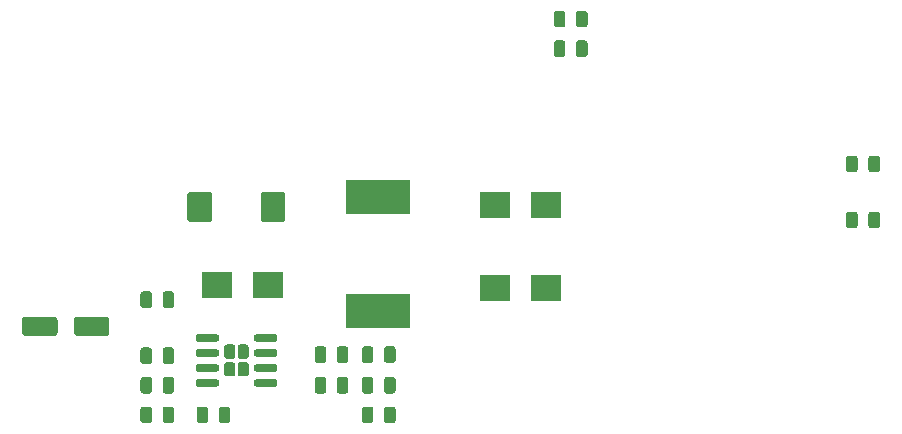
<source format=gbr>
G04 #@! TF.GenerationSoftware,KiCad,Pcbnew,5.1.5-52549c5~86~ubuntu18.04.1*
G04 #@! TF.CreationDate,2020-09-04T15:06:53-03:00*
G04 #@! TF.ProjectId,TPS54331,54505335-3433-4333-912e-6b696361645f,v1.0*
G04 #@! TF.SameCoordinates,Original*
G04 #@! TF.FileFunction,Paste,Top*
G04 #@! TF.FilePolarity,Positive*
%FSLAX46Y46*%
G04 Gerber Fmt 4.6, Leading zero omitted, Abs format (unit mm)*
G04 Created by KiCad (PCBNEW 5.1.5-52549c5~86~ubuntu18.04.1) date 2020-09-04 15:06:53*
%MOMM*%
%LPD*%
G04 APERTURE LIST*
%ADD10C,0.100000*%
%ADD11R,5.400000X2.900000*%
%ADD12R,2.500000X2.300000*%
G04 APERTURE END LIST*
D10*
G36*
X146830142Y-104551174D02*
G01*
X146853803Y-104554684D01*
X146877007Y-104560496D01*
X146899529Y-104568554D01*
X146921153Y-104578782D01*
X146941670Y-104591079D01*
X146960883Y-104605329D01*
X146978607Y-104621393D01*
X146994671Y-104639117D01*
X147008921Y-104658330D01*
X147021218Y-104678847D01*
X147031446Y-104700471D01*
X147039504Y-104722993D01*
X147045316Y-104746197D01*
X147048826Y-104769858D01*
X147050000Y-104793750D01*
X147050000Y-105706250D01*
X147048826Y-105730142D01*
X147045316Y-105753803D01*
X147039504Y-105777007D01*
X147031446Y-105799529D01*
X147021218Y-105821153D01*
X147008921Y-105841670D01*
X146994671Y-105860883D01*
X146978607Y-105878607D01*
X146960883Y-105894671D01*
X146941670Y-105908921D01*
X146921153Y-105921218D01*
X146899529Y-105931446D01*
X146877007Y-105939504D01*
X146853803Y-105945316D01*
X146830142Y-105948826D01*
X146806250Y-105950000D01*
X146318750Y-105950000D01*
X146294858Y-105948826D01*
X146271197Y-105945316D01*
X146247993Y-105939504D01*
X146225471Y-105931446D01*
X146203847Y-105921218D01*
X146183330Y-105908921D01*
X146164117Y-105894671D01*
X146146393Y-105878607D01*
X146130329Y-105860883D01*
X146116079Y-105841670D01*
X146103782Y-105821153D01*
X146093554Y-105799529D01*
X146085496Y-105777007D01*
X146079684Y-105753803D01*
X146076174Y-105730142D01*
X146075000Y-105706250D01*
X146075000Y-104793750D01*
X146076174Y-104769858D01*
X146079684Y-104746197D01*
X146085496Y-104722993D01*
X146093554Y-104700471D01*
X146103782Y-104678847D01*
X146116079Y-104658330D01*
X146130329Y-104639117D01*
X146146393Y-104621393D01*
X146164117Y-104605329D01*
X146183330Y-104591079D01*
X146203847Y-104578782D01*
X146225471Y-104568554D01*
X146247993Y-104560496D01*
X146271197Y-104554684D01*
X146294858Y-104551174D01*
X146318750Y-104550000D01*
X146806250Y-104550000D01*
X146830142Y-104551174D01*
G37*
G36*
X148705142Y-104551174D02*
G01*
X148728803Y-104554684D01*
X148752007Y-104560496D01*
X148774529Y-104568554D01*
X148796153Y-104578782D01*
X148816670Y-104591079D01*
X148835883Y-104605329D01*
X148853607Y-104621393D01*
X148869671Y-104639117D01*
X148883921Y-104658330D01*
X148896218Y-104678847D01*
X148906446Y-104700471D01*
X148914504Y-104722993D01*
X148920316Y-104746197D01*
X148923826Y-104769858D01*
X148925000Y-104793750D01*
X148925000Y-105706250D01*
X148923826Y-105730142D01*
X148920316Y-105753803D01*
X148914504Y-105777007D01*
X148906446Y-105799529D01*
X148896218Y-105821153D01*
X148883921Y-105841670D01*
X148869671Y-105860883D01*
X148853607Y-105878607D01*
X148835883Y-105894671D01*
X148816670Y-105908921D01*
X148796153Y-105921218D01*
X148774529Y-105931446D01*
X148752007Y-105939504D01*
X148728803Y-105945316D01*
X148705142Y-105948826D01*
X148681250Y-105950000D01*
X148193750Y-105950000D01*
X148169858Y-105948826D01*
X148146197Y-105945316D01*
X148122993Y-105939504D01*
X148100471Y-105931446D01*
X148078847Y-105921218D01*
X148058330Y-105908921D01*
X148039117Y-105894671D01*
X148021393Y-105878607D01*
X148005329Y-105860883D01*
X147991079Y-105841670D01*
X147978782Y-105821153D01*
X147968554Y-105799529D01*
X147960496Y-105777007D01*
X147954684Y-105753803D01*
X147951174Y-105730142D01*
X147950000Y-105706250D01*
X147950000Y-104793750D01*
X147951174Y-104769858D01*
X147954684Y-104746197D01*
X147960496Y-104722993D01*
X147968554Y-104700471D01*
X147978782Y-104678847D01*
X147991079Y-104658330D01*
X148005329Y-104639117D01*
X148021393Y-104621393D01*
X148039117Y-104605329D01*
X148058330Y-104591079D01*
X148078847Y-104578782D01*
X148100471Y-104568554D01*
X148122993Y-104560496D01*
X148146197Y-104554684D01*
X148169858Y-104551174D01*
X148193750Y-104550000D01*
X148681250Y-104550000D01*
X148705142Y-104551174D01*
G37*
G36*
X138764703Y-98445722D02*
G01*
X138779264Y-98447882D01*
X138793543Y-98451459D01*
X138807403Y-98456418D01*
X138820710Y-98462712D01*
X138833336Y-98470280D01*
X138845159Y-98479048D01*
X138856066Y-98488934D01*
X138865952Y-98499841D01*
X138874720Y-98511664D01*
X138882288Y-98524290D01*
X138888582Y-98537597D01*
X138893541Y-98551457D01*
X138897118Y-98565736D01*
X138899278Y-98580297D01*
X138900000Y-98595000D01*
X138900000Y-98895000D01*
X138899278Y-98909703D01*
X138897118Y-98924264D01*
X138893541Y-98938543D01*
X138888582Y-98952403D01*
X138882288Y-98965710D01*
X138874720Y-98978336D01*
X138865952Y-98990159D01*
X138856066Y-99001066D01*
X138845159Y-99010952D01*
X138833336Y-99019720D01*
X138820710Y-99027288D01*
X138807403Y-99033582D01*
X138793543Y-99038541D01*
X138779264Y-99042118D01*
X138764703Y-99044278D01*
X138750000Y-99045000D01*
X137100000Y-99045000D01*
X137085297Y-99044278D01*
X137070736Y-99042118D01*
X137056457Y-99038541D01*
X137042597Y-99033582D01*
X137029290Y-99027288D01*
X137016664Y-99019720D01*
X137004841Y-99010952D01*
X136993934Y-99001066D01*
X136984048Y-98990159D01*
X136975280Y-98978336D01*
X136967712Y-98965710D01*
X136961418Y-98952403D01*
X136956459Y-98938543D01*
X136952882Y-98924264D01*
X136950722Y-98909703D01*
X136950000Y-98895000D01*
X136950000Y-98595000D01*
X136950722Y-98580297D01*
X136952882Y-98565736D01*
X136956459Y-98551457D01*
X136961418Y-98537597D01*
X136967712Y-98524290D01*
X136975280Y-98511664D01*
X136984048Y-98499841D01*
X136993934Y-98488934D01*
X137004841Y-98479048D01*
X137016664Y-98470280D01*
X137029290Y-98462712D01*
X137042597Y-98456418D01*
X137056457Y-98451459D01*
X137070736Y-98447882D01*
X137085297Y-98445722D01*
X137100000Y-98445000D01*
X138750000Y-98445000D01*
X138764703Y-98445722D01*
G37*
G36*
X138764703Y-99715722D02*
G01*
X138779264Y-99717882D01*
X138793543Y-99721459D01*
X138807403Y-99726418D01*
X138820710Y-99732712D01*
X138833336Y-99740280D01*
X138845159Y-99749048D01*
X138856066Y-99758934D01*
X138865952Y-99769841D01*
X138874720Y-99781664D01*
X138882288Y-99794290D01*
X138888582Y-99807597D01*
X138893541Y-99821457D01*
X138897118Y-99835736D01*
X138899278Y-99850297D01*
X138900000Y-99865000D01*
X138900000Y-100165000D01*
X138899278Y-100179703D01*
X138897118Y-100194264D01*
X138893541Y-100208543D01*
X138888582Y-100222403D01*
X138882288Y-100235710D01*
X138874720Y-100248336D01*
X138865952Y-100260159D01*
X138856066Y-100271066D01*
X138845159Y-100280952D01*
X138833336Y-100289720D01*
X138820710Y-100297288D01*
X138807403Y-100303582D01*
X138793543Y-100308541D01*
X138779264Y-100312118D01*
X138764703Y-100314278D01*
X138750000Y-100315000D01*
X137100000Y-100315000D01*
X137085297Y-100314278D01*
X137070736Y-100312118D01*
X137056457Y-100308541D01*
X137042597Y-100303582D01*
X137029290Y-100297288D01*
X137016664Y-100289720D01*
X137004841Y-100280952D01*
X136993934Y-100271066D01*
X136984048Y-100260159D01*
X136975280Y-100248336D01*
X136967712Y-100235710D01*
X136961418Y-100222403D01*
X136956459Y-100208543D01*
X136952882Y-100194264D01*
X136950722Y-100179703D01*
X136950000Y-100165000D01*
X136950000Y-99865000D01*
X136950722Y-99850297D01*
X136952882Y-99835736D01*
X136956459Y-99821457D01*
X136961418Y-99807597D01*
X136967712Y-99794290D01*
X136975280Y-99781664D01*
X136984048Y-99769841D01*
X136993934Y-99758934D01*
X137004841Y-99749048D01*
X137016664Y-99740280D01*
X137029290Y-99732712D01*
X137042597Y-99726418D01*
X137056457Y-99721459D01*
X137070736Y-99717882D01*
X137085297Y-99715722D01*
X137100000Y-99715000D01*
X138750000Y-99715000D01*
X138764703Y-99715722D01*
G37*
G36*
X138764703Y-100985722D02*
G01*
X138779264Y-100987882D01*
X138793543Y-100991459D01*
X138807403Y-100996418D01*
X138820710Y-101002712D01*
X138833336Y-101010280D01*
X138845159Y-101019048D01*
X138856066Y-101028934D01*
X138865952Y-101039841D01*
X138874720Y-101051664D01*
X138882288Y-101064290D01*
X138888582Y-101077597D01*
X138893541Y-101091457D01*
X138897118Y-101105736D01*
X138899278Y-101120297D01*
X138900000Y-101135000D01*
X138900000Y-101435000D01*
X138899278Y-101449703D01*
X138897118Y-101464264D01*
X138893541Y-101478543D01*
X138888582Y-101492403D01*
X138882288Y-101505710D01*
X138874720Y-101518336D01*
X138865952Y-101530159D01*
X138856066Y-101541066D01*
X138845159Y-101550952D01*
X138833336Y-101559720D01*
X138820710Y-101567288D01*
X138807403Y-101573582D01*
X138793543Y-101578541D01*
X138779264Y-101582118D01*
X138764703Y-101584278D01*
X138750000Y-101585000D01*
X137100000Y-101585000D01*
X137085297Y-101584278D01*
X137070736Y-101582118D01*
X137056457Y-101578541D01*
X137042597Y-101573582D01*
X137029290Y-101567288D01*
X137016664Y-101559720D01*
X137004841Y-101550952D01*
X136993934Y-101541066D01*
X136984048Y-101530159D01*
X136975280Y-101518336D01*
X136967712Y-101505710D01*
X136961418Y-101492403D01*
X136956459Y-101478543D01*
X136952882Y-101464264D01*
X136950722Y-101449703D01*
X136950000Y-101435000D01*
X136950000Y-101135000D01*
X136950722Y-101120297D01*
X136952882Y-101105736D01*
X136956459Y-101091457D01*
X136961418Y-101077597D01*
X136967712Y-101064290D01*
X136975280Y-101051664D01*
X136984048Y-101039841D01*
X136993934Y-101028934D01*
X137004841Y-101019048D01*
X137016664Y-101010280D01*
X137029290Y-101002712D01*
X137042597Y-100996418D01*
X137056457Y-100991459D01*
X137070736Y-100987882D01*
X137085297Y-100985722D01*
X137100000Y-100985000D01*
X138750000Y-100985000D01*
X138764703Y-100985722D01*
G37*
G36*
X138764703Y-102255722D02*
G01*
X138779264Y-102257882D01*
X138793543Y-102261459D01*
X138807403Y-102266418D01*
X138820710Y-102272712D01*
X138833336Y-102280280D01*
X138845159Y-102289048D01*
X138856066Y-102298934D01*
X138865952Y-102309841D01*
X138874720Y-102321664D01*
X138882288Y-102334290D01*
X138888582Y-102347597D01*
X138893541Y-102361457D01*
X138897118Y-102375736D01*
X138899278Y-102390297D01*
X138900000Y-102405000D01*
X138900000Y-102705000D01*
X138899278Y-102719703D01*
X138897118Y-102734264D01*
X138893541Y-102748543D01*
X138888582Y-102762403D01*
X138882288Y-102775710D01*
X138874720Y-102788336D01*
X138865952Y-102800159D01*
X138856066Y-102811066D01*
X138845159Y-102820952D01*
X138833336Y-102829720D01*
X138820710Y-102837288D01*
X138807403Y-102843582D01*
X138793543Y-102848541D01*
X138779264Y-102852118D01*
X138764703Y-102854278D01*
X138750000Y-102855000D01*
X137100000Y-102855000D01*
X137085297Y-102854278D01*
X137070736Y-102852118D01*
X137056457Y-102848541D01*
X137042597Y-102843582D01*
X137029290Y-102837288D01*
X137016664Y-102829720D01*
X137004841Y-102820952D01*
X136993934Y-102811066D01*
X136984048Y-102800159D01*
X136975280Y-102788336D01*
X136967712Y-102775710D01*
X136961418Y-102762403D01*
X136956459Y-102748543D01*
X136952882Y-102734264D01*
X136950722Y-102719703D01*
X136950000Y-102705000D01*
X136950000Y-102405000D01*
X136950722Y-102390297D01*
X136952882Y-102375736D01*
X136956459Y-102361457D01*
X136961418Y-102347597D01*
X136967712Y-102334290D01*
X136975280Y-102321664D01*
X136984048Y-102309841D01*
X136993934Y-102298934D01*
X137004841Y-102289048D01*
X137016664Y-102280280D01*
X137029290Y-102272712D01*
X137042597Y-102266418D01*
X137056457Y-102261459D01*
X137070736Y-102257882D01*
X137085297Y-102255722D01*
X137100000Y-102255000D01*
X138750000Y-102255000D01*
X138764703Y-102255722D01*
G37*
G36*
X133814703Y-102255722D02*
G01*
X133829264Y-102257882D01*
X133843543Y-102261459D01*
X133857403Y-102266418D01*
X133870710Y-102272712D01*
X133883336Y-102280280D01*
X133895159Y-102289048D01*
X133906066Y-102298934D01*
X133915952Y-102309841D01*
X133924720Y-102321664D01*
X133932288Y-102334290D01*
X133938582Y-102347597D01*
X133943541Y-102361457D01*
X133947118Y-102375736D01*
X133949278Y-102390297D01*
X133950000Y-102405000D01*
X133950000Y-102705000D01*
X133949278Y-102719703D01*
X133947118Y-102734264D01*
X133943541Y-102748543D01*
X133938582Y-102762403D01*
X133932288Y-102775710D01*
X133924720Y-102788336D01*
X133915952Y-102800159D01*
X133906066Y-102811066D01*
X133895159Y-102820952D01*
X133883336Y-102829720D01*
X133870710Y-102837288D01*
X133857403Y-102843582D01*
X133843543Y-102848541D01*
X133829264Y-102852118D01*
X133814703Y-102854278D01*
X133800000Y-102855000D01*
X132150000Y-102855000D01*
X132135297Y-102854278D01*
X132120736Y-102852118D01*
X132106457Y-102848541D01*
X132092597Y-102843582D01*
X132079290Y-102837288D01*
X132066664Y-102829720D01*
X132054841Y-102820952D01*
X132043934Y-102811066D01*
X132034048Y-102800159D01*
X132025280Y-102788336D01*
X132017712Y-102775710D01*
X132011418Y-102762403D01*
X132006459Y-102748543D01*
X132002882Y-102734264D01*
X132000722Y-102719703D01*
X132000000Y-102705000D01*
X132000000Y-102405000D01*
X132000722Y-102390297D01*
X132002882Y-102375736D01*
X132006459Y-102361457D01*
X132011418Y-102347597D01*
X132017712Y-102334290D01*
X132025280Y-102321664D01*
X132034048Y-102309841D01*
X132043934Y-102298934D01*
X132054841Y-102289048D01*
X132066664Y-102280280D01*
X132079290Y-102272712D01*
X132092597Y-102266418D01*
X132106457Y-102261459D01*
X132120736Y-102257882D01*
X132135297Y-102255722D01*
X132150000Y-102255000D01*
X133800000Y-102255000D01*
X133814703Y-102255722D01*
G37*
G36*
X133814703Y-100985722D02*
G01*
X133829264Y-100987882D01*
X133843543Y-100991459D01*
X133857403Y-100996418D01*
X133870710Y-101002712D01*
X133883336Y-101010280D01*
X133895159Y-101019048D01*
X133906066Y-101028934D01*
X133915952Y-101039841D01*
X133924720Y-101051664D01*
X133932288Y-101064290D01*
X133938582Y-101077597D01*
X133943541Y-101091457D01*
X133947118Y-101105736D01*
X133949278Y-101120297D01*
X133950000Y-101135000D01*
X133950000Y-101435000D01*
X133949278Y-101449703D01*
X133947118Y-101464264D01*
X133943541Y-101478543D01*
X133938582Y-101492403D01*
X133932288Y-101505710D01*
X133924720Y-101518336D01*
X133915952Y-101530159D01*
X133906066Y-101541066D01*
X133895159Y-101550952D01*
X133883336Y-101559720D01*
X133870710Y-101567288D01*
X133857403Y-101573582D01*
X133843543Y-101578541D01*
X133829264Y-101582118D01*
X133814703Y-101584278D01*
X133800000Y-101585000D01*
X132150000Y-101585000D01*
X132135297Y-101584278D01*
X132120736Y-101582118D01*
X132106457Y-101578541D01*
X132092597Y-101573582D01*
X132079290Y-101567288D01*
X132066664Y-101559720D01*
X132054841Y-101550952D01*
X132043934Y-101541066D01*
X132034048Y-101530159D01*
X132025280Y-101518336D01*
X132017712Y-101505710D01*
X132011418Y-101492403D01*
X132006459Y-101478543D01*
X132002882Y-101464264D01*
X132000722Y-101449703D01*
X132000000Y-101435000D01*
X132000000Y-101135000D01*
X132000722Y-101120297D01*
X132002882Y-101105736D01*
X132006459Y-101091457D01*
X132011418Y-101077597D01*
X132017712Y-101064290D01*
X132025280Y-101051664D01*
X132034048Y-101039841D01*
X132043934Y-101028934D01*
X132054841Y-101019048D01*
X132066664Y-101010280D01*
X132079290Y-101002712D01*
X132092597Y-100996418D01*
X132106457Y-100991459D01*
X132120736Y-100987882D01*
X132135297Y-100985722D01*
X132150000Y-100985000D01*
X133800000Y-100985000D01*
X133814703Y-100985722D01*
G37*
G36*
X133814703Y-99715722D02*
G01*
X133829264Y-99717882D01*
X133843543Y-99721459D01*
X133857403Y-99726418D01*
X133870710Y-99732712D01*
X133883336Y-99740280D01*
X133895159Y-99749048D01*
X133906066Y-99758934D01*
X133915952Y-99769841D01*
X133924720Y-99781664D01*
X133932288Y-99794290D01*
X133938582Y-99807597D01*
X133943541Y-99821457D01*
X133947118Y-99835736D01*
X133949278Y-99850297D01*
X133950000Y-99865000D01*
X133950000Y-100165000D01*
X133949278Y-100179703D01*
X133947118Y-100194264D01*
X133943541Y-100208543D01*
X133938582Y-100222403D01*
X133932288Y-100235710D01*
X133924720Y-100248336D01*
X133915952Y-100260159D01*
X133906066Y-100271066D01*
X133895159Y-100280952D01*
X133883336Y-100289720D01*
X133870710Y-100297288D01*
X133857403Y-100303582D01*
X133843543Y-100308541D01*
X133829264Y-100312118D01*
X133814703Y-100314278D01*
X133800000Y-100315000D01*
X132150000Y-100315000D01*
X132135297Y-100314278D01*
X132120736Y-100312118D01*
X132106457Y-100308541D01*
X132092597Y-100303582D01*
X132079290Y-100297288D01*
X132066664Y-100289720D01*
X132054841Y-100280952D01*
X132043934Y-100271066D01*
X132034048Y-100260159D01*
X132025280Y-100248336D01*
X132017712Y-100235710D01*
X132011418Y-100222403D01*
X132006459Y-100208543D01*
X132002882Y-100194264D01*
X132000722Y-100179703D01*
X132000000Y-100165000D01*
X132000000Y-99865000D01*
X132000722Y-99850297D01*
X132002882Y-99835736D01*
X132006459Y-99821457D01*
X132011418Y-99807597D01*
X132017712Y-99794290D01*
X132025280Y-99781664D01*
X132034048Y-99769841D01*
X132043934Y-99758934D01*
X132054841Y-99749048D01*
X132066664Y-99740280D01*
X132079290Y-99732712D01*
X132092597Y-99726418D01*
X132106457Y-99721459D01*
X132120736Y-99717882D01*
X132135297Y-99715722D01*
X132150000Y-99715000D01*
X133800000Y-99715000D01*
X133814703Y-99715722D01*
G37*
G36*
X133814703Y-98445722D02*
G01*
X133829264Y-98447882D01*
X133843543Y-98451459D01*
X133857403Y-98456418D01*
X133870710Y-98462712D01*
X133883336Y-98470280D01*
X133895159Y-98479048D01*
X133906066Y-98488934D01*
X133915952Y-98499841D01*
X133924720Y-98511664D01*
X133932288Y-98524290D01*
X133938582Y-98537597D01*
X133943541Y-98551457D01*
X133947118Y-98565736D01*
X133949278Y-98580297D01*
X133950000Y-98595000D01*
X133950000Y-98895000D01*
X133949278Y-98909703D01*
X133947118Y-98924264D01*
X133943541Y-98938543D01*
X133938582Y-98952403D01*
X133932288Y-98965710D01*
X133924720Y-98978336D01*
X133915952Y-98990159D01*
X133906066Y-99001066D01*
X133895159Y-99010952D01*
X133883336Y-99019720D01*
X133870710Y-99027288D01*
X133857403Y-99033582D01*
X133843543Y-99038541D01*
X133829264Y-99042118D01*
X133814703Y-99044278D01*
X133800000Y-99045000D01*
X132150000Y-99045000D01*
X132135297Y-99044278D01*
X132120736Y-99042118D01*
X132106457Y-99038541D01*
X132092597Y-99033582D01*
X132079290Y-99027288D01*
X132066664Y-99019720D01*
X132054841Y-99010952D01*
X132043934Y-99001066D01*
X132034048Y-98990159D01*
X132025280Y-98978336D01*
X132017712Y-98965710D01*
X132011418Y-98952403D01*
X132006459Y-98938543D01*
X132002882Y-98924264D01*
X132000722Y-98909703D01*
X132000000Y-98895000D01*
X132000000Y-98595000D01*
X132000722Y-98580297D01*
X132002882Y-98565736D01*
X132006459Y-98551457D01*
X132011418Y-98537597D01*
X132017712Y-98524290D01*
X132025280Y-98511664D01*
X132034048Y-98499841D01*
X132043934Y-98488934D01*
X132054841Y-98479048D01*
X132066664Y-98470280D01*
X132079290Y-98462712D01*
X132092597Y-98456418D01*
X132106457Y-98451459D01*
X132120736Y-98447882D01*
X132135297Y-98445722D01*
X132150000Y-98445000D01*
X133800000Y-98445000D01*
X133814703Y-98445722D01*
G37*
G36*
X136272544Y-100796108D02*
G01*
X136294871Y-100799419D01*
X136316765Y-100804904D01*
X136338017Y-100812508D01*
X136358421Y-100822158D01*
X136377781Y-100833762D01*
X136395910Y-100847208D01*
X136412635Y-100862365D01*
X136427792Y-100879090D01*
X136441238Y-100897219D01*
X136452842Y-100916579D01*
X136462492Y-100936983D01*
X136470096Y-100958235D01*
X136475581Y-100980129D01*
X136478892Y-101002456D01*
X136480000Y-101025000D01*
X136480000Y-101775000D01*
X136478892Y-101797544D01*
X136475581Y-101819871D01*
X136470096Y-101841765D01*
X136462492Y-101863017D01*
X136452842Y-101883421D01*
X136441238Y-101902781D01*
X136427792Y-101920910D01*
X136412635Y-101937635D01*
X136395910Y-101952792D01*
X136377781Y-101966238D01*
X136358421Y-101977842D01*
X136338017Y-101987492D01*
X136316765Y-101995096D01*
X136294871Y-102000581D01*
X136272544Y-102003892D01*
X136250000Y-102005000D01*
X135790000Y-102005000D01*
X135767456Y-102003892D01*
X135745129Y-102000581D01*
X135723235Y-101995096D01*
X135701983Y-101987492D01*
X135681579Y-101977842D01*
X135662219Y-101966238D01*
X135644090Y-101952792D01*
X135627365Y-101937635D01*
X135612208Y-101920910D01*
X135598762Y-101902781D01*
X135587158Y-101883421D01*
X135577508Y-101863017D01*
X135569904Y-101841765D01*
X135564419Y-101819871D01*
X135561108Y-101797544D01*
X135560000Y-101775000D01*
X135560000Y-101025000D01*
X135561108Y-101002456D01*
X135564419Y-100980129D01*
X135569904Y-100958235D01*
X135577508Y-100936983D01*
X135587158Y-100916579D01*
X135598762Y-100897219D01*
X135612208Y-100879090D01*
X135627365Y-100862365D01*
X135644090Y-100847208D01*
X135662219Y-100833762D01*
X135681579Y-100822158D01*
X135701983Y-100812508D01*
X135723235Y-100804904D01*
X135745129Y-100799419D01*
X135767456Y-100796108D01*
X135790000Y-100795000D01*
X136250000Y-100795000D01*
X136272544Y-100796108D01*
G37*
G36*
X136272544Y-99296108D02*
G01*
X136294871Y-99299419D01*
X136316765Y-99304904D01*
X136338017Y-99312508D01*
X136358421Y-99322158D01*
X136377781Y-99333762D01*
X136395910Y-99347208D01*
X136412635Y-99362365D01*
X136427792Y-99379090D01*
X136441238Y-99397219D01*
X136452842Y-99416579D01*
X136462492Y-99436983D01*
X136470096Y-99458235D01*
X136475581Y-99480129D01*
X136478892Y-99502456D01*
X136480000Y-99525000D01*
X136480000Y-100275000D01*
X136478892Y-100297544D01*
X136475581Y-100319871D01*
X136470096Y-100341765D01*
X136462492Y-100363017D01*
X136452842Y-100383421D01*
X136441238Y-100402781D01*
X136427792Y-100420910D01*
X136412635Y-100437635D01*
X136395910Y-100452792D01*
X136377781Y-100466238D01*
X136358421Y-100477842D01*
X136338017Y-100487492D01*
X136316765Y-100495096D01*
X136294871Y-100500581D01*
X136272544Y-100503892D01*
X136250000Y-100505000D01*
X135790000Y-100505000D01*
X135767456Y-100503892D01*
X135745129Y-100500581D01*
X135723235Y-100495096D01*
X135701983Y-100487492D01*
X135681579Y-100477842D01*
X135662219Y-100466238D01*
X135644090Y-100452792D01*
X135627365Y-100437635D01*
X135612208Y-100420910D01*
X135598762Y-100402781D01*
X135587158Y-100383421D01*
X135577508Y-100363017D01*
X135569904Y-100341765D01*
X135564419Y-100319871D01*
X135561108Y-100297544D01*
X135560000Y-100275000D01*
X135560000Y-99525000D01*
X135561108Y-99502456D01*
X135564419Y-99480129D01*
X135569904Y-99458235D01*
X135577508Y-99436983D01*
X135587158Y-99416579D01*
X135598762Y-99397219D01*
X135612208Y-99379090D01*
X135627365Y-99362365D01*
X135644090Y-99347208D01*
X135662219Y-99333762D01*
X135681579Y-99322158D01*
X135701983Y-99312508D01*
X135723235Y-99304904D01*
X135745129Y-99299419D01*
X135767456Y-99296108D01*
X135790000Y-99295000D01*
X136250000Y-99295000D01*
X136272544Y-99296108D01*
G37*
G36*
X135132544Y-100796108D02*
G01*
X135154871Y-100799419D01*
X135176765Y-100804904D01*
X135198017Y-100812508D01*
X135218421Y-100822158D01*
X135237781Y-100833762D01*
X135255910Y-100847208D01*
X135272635Y-100862365D01*
X135287792Y-100879090D01*
X135301238Y-100897219D01*
X135312842Y-100916579D01*
X135322492Y-100936983D01*
X135330096Y-100958235D01*
X135335581Y-100980129D01*
X135338892Y-101002456D01*
X135340000Y-101025000D01*
X135340000Y-101775000D01*
X135338892Y-101797544D01*
X135335581Y-101819871D01*
X135330096Y-101841765D01*
X135322492Y-101863017D01*
X135312842Y-101883421D01*
X135301238Y-101902781D01*
X135287792Y-101920910D01*
X135272635Y-101937635D01*
X135255910Y-101952792D01*
X135237781Y-101966238D01*
X135218421Y-101977842D01*
X135198017Y-101987492D01*
X135176765Y-101995096D01*
X135154871Y-102000581D01*
X135132544Y-102003892D01*
X135110000Y-102005000D01*
X134650000Y-102005000D01*
X134627456Y-102003892D01*
X134605129Y-102000581D01*
X134583235Y-101995096D01*
X134561983Y-101987492D01*
X134541579Y-101977842D01*
X134522219Y-101966238D01*
X134504090Y-101952792D01*
X134487365Y-101937635D01*
X134472208Y-101920910D01*
X134458762Y-101902781D01*
X134447158Y-101883421D01*
X134437508Y-101863017D01*
X134429904Y-101841765D01*
X134424419Y-101819871D01*
X134421108Y-101797544D01*
X134420000Y-101775000D01*
X134420000Y-101025000D01*
X134421108Y-101002456D01*
X134424419Y-100980129D01*
X134429904Y-100958235D01*
X134437508Y-100936983D01*
X134447158Y-100916579D01*
X134458762Y-100897219D01*
X134472208Y-100879090D01*
X134487365Y-100862365D01*
X134504090Y-100847208D01*
X134522219Y-100833762D01*
X134541579Y-100822158D01*
X134561983Y-100812508D01*
X134583235Y-100804904D01*
X134605129Y-100799419D01*
X134627456Y-100796108D01*
X134650000Y-100795000D01*
X135110000Y-100795000D01*
X135132544Y-100796108D01*
G37*
G36*
X135132544Y-99296108D02*
G01*
X135154871Y-99299419D01*
X135176765Y-99304904D01*
X135198017Y-99312508D01*
X135218421Y-99322158D01*
X135237781Y-99333762D01*
X135255910Y-99347208D01*
X135272635Y-99362365D01*
X135287792Y-99379090D01*
X135301238Y-99397219D01*
X135312842Y-99416579D01*
X135322492Y-99436983D01*
X135330096Y-99458235D01*
X135335581Y-99480129D01*
X135338892Y-99502456D01*
X135340000Y-99525000D01*
X135340000Y-100275000D01*
X135338892Y-100297544D01*
X135335581Y-100319871D01*
X135330096Y-100341765D01*
X135322492Y-100363017D01*
X135312842Y-100383421D01*
X135301238Y-100402781D01*
X135287792Y-100420910D01*
X135272635Y-100437635D01*
X135255910Y-100452792D01*
X135237781Y-100466238D01*
X135218421Y-100477842D01*
X135198017Y-100487492D01*
X135176765Y-100495096D01*
X135154871Y-100500581D01*
X135132544Y-100503892D01*
X135110000Y-100505000D01*
X134650000Y-100505000D01*
X134627456Y-100503892D01*
X134605129Y-100500581D01*
X134583235Y-100495096D01*
X134561983Y-100487492D01*
X134541579Y-100477842D01*
X134522219Y-100466238D01*
X134504090Y-100452792D01*
X134487365Y-100437635D01*
X134472208Y-100420910D01*
X134458762Y-100402781D01*
X134447158Y-100383421D01*
X134437508Y-100363017D01*
X134429904Y-100341765D01*
X134424419Y-100319871D01*
X134421108Y-100297544D01*
X134420000Y-100275000D01*
X134420000Y-99525000D01*
X134421108Y-99502456D01*
X134424419Y-99480129D01*
X134429904Y-99458235D01*
X134437508Y-99436983D01*
X134447158Y-99416579D01*
X134458762Y-99397219D01*
X134472208Y-99379090D01*
X134487365Y-99362365D01*
X134504090Y-99347208D01*
X134522219Y-99333762D01*
X134541579Y-99322158D01*
X134561983Y-99312508D01*
X134583235Y-99304904D01*
X134605129Y-99299419D01*
X134627456Y-99296108D01*
X134650000Y-99295000D01*
X135110000Y-99295000D01*
X135132544Y-99296108D01*
G37*
G36*
X163080142Y-73551174D02*
G01*
X163103803Y-73554684D01*
X163127007Y-73560496D01*
X163149529Y-73568554D01*
X163171153Y-73578782D01*
X163191670Y-73591079D01*
X163210883Y-73605329D01*
X163228607Y-73621393D01*
X163244671Y-73639117D01*
X163258921Y-73658330D01*
X163271218Y-73678847D01*
X163281446Y-73700471D01*
X163289504Y-73722993D01*
X163295316Y-73746197D01*
X163298826Y-73769858D01*
X163300000Y-73793750D01*
X163300000Y-74706250D01*
X163298826Y-74730142D01*
X163295316Y-74753803D01*
X163289504Y-74777007D01*
X163281446Y-74799529D01*
X163271218Y-74821153D01*
X163258921Y-74841670D01*
X163244671Y-74860883D01*
X163228607Y-74878607D01*
X163210883Y-74894671D01*
X163191670Y-74908921D01*
X163171153Y-74921218D01*
X163149529Y-74931446D01*
X163127007Y-74939504D01*
X163103803Y-74945316D01*
X163080142Y-74948826D01*
X163056250Y-74950000D01*
X162568750Y-74950000D01*
X162544858Y-74948826D01*
X162521197Y-74945316D01*
X162497993Y-74939504D01*
X162475471Y-74931446D01*
X162453847Y-74921218D01*
X162433330Y-74908921D01*
X162414117Y-74894671D01*
X162396393Y-74878607D01*
X162380329Y-74860883D01*
X162366079Y-74841670D01*
X162353782Y-74821153D01*
X162343554Y-74799529D01*
X162335496Y-74777007D01*
X162329684Y-74753803D01*
X162326174Y-74730142D01*
X162325000Y-74706250D01*
X162325000Y-73793750D01*
X162326174Y-73769858D01*
X162329684Y-73746197D01*
X162335496Y-73722993D01*
X162343554Y-73700471D01*
X162353782Y-73678847D01*
X162366079Y-73658330D01*
X162380329Y-73639117D01*
X162396393Y-73621393D01*
X162414117Y-73605329D01*
X162433330Y-73591079D01*
X162453847Y-73578782D01*
X162475471Y-73568554D01*
X162497993Y-73560496D01*
X162521197Y-73554684D01*
X162544858Y-73551174D01*
X162568750Y-73550000D01*
X163056250Y-73550000D01*
X163080142Y-73551174D01*
G37*
G36*
X164955142Y-73551174D02*
G01*
X164978803Y-73554684D01*
X165002007Y-73560496D01*
X165024529Y-73568554D01*
X165046153Y-73578782D01*
X165066670Y-73591079D01*
X165085883Y-73605329D01*
X165103607Y-73621393D01*
X165119671Y-73639117D01*
X165133921Y-73658330D01*
X165146218Y-73678847D01*
X165156446Y-73700471D01*
X165164504Y-73722993D01*
X165170316Y-73746197D01*
X165173826Y-73769858D01*
X165175000Y-73793750D01*
X165175000Y-74706250D01*
X165173826Y-74730142D01*
X165170316Y-74753803D01*
X165164504Y-74777007D01*
X165156446Y-74799529D01*
X165146218Y-74821153D01*
X165133921Y-74841670D01*
X165119671Y-74860883D01*
X165103607Y-74878607D01*
X165085883Y-74894671D01*
X165066670Y-74908921D01*
X165046153Y-74921218D01*
X165024529Y-74931446D01*
X165002007Y-74939504D01*
X164978803Y-74945316D01*
X164955142Y-74948826D01*
X164931250Y-74950000D01*
X164443750Y-74950000D01*
X164419858Y-74948826D01*
X164396197Y-74945316D01*
X164372993Y-74939504D01*
X164350471Y-74931446D01*
X164328847Y-74921218D01*
X164308330Y-74908921D01*
X164289117Y-74894671D01*
X164271393Y-74878607D01*
X164255329Y-74860883D01*
X164241079Y-74841670D01*
X164228782Y-74821153D01*
X164218554Y-74799529D01*
X164210496Y-74777007D01*
X164204684Y-74753803D01*
X164201174Y-74730142D01*
X164200000Y-74706250D01*
X164200000Y-73793750D01*
X164201174Y-73769858D01*
X164204684Y-73746197D01*
X164210496Y-73722993D01*
X164218554Y-73700471D01*
X164228782Y-73678847D01*
X164241079Y-73658330D01*
X164255329Y-73639117D01*
X164271393Y-73621393D01*
X164289117Y-73605329D01*
X164308330Y-73591079D01*
X164328847Y-73578782D01*
X164350471Y-73568554D01*
X164372993Y-73560496D01*
X164396197Y-73554684D01*
X164419858Y-73551174D01*
X164443750Y-73550000D01*
X164931250Y-73550000D01*
X164955142Y-73551174D01*
G37*
G36*
X163080142Y-71051174D02*
G01*
X163103803Y-71054684D01*
X163127007Y-71060496D01*
X163149529Y-71068554D01*
X163171153Y-71078782D01*
X163191670Y-71091079D01*
X163210883Y-71105329D01*
X163228607Y-71121393D01*
X163244671Y-71139117D01*
X163258921Y-71158330D01*
X163271218Y-71178847D01*
X163281446Y-71200471D01*
X163289504Y-71222993D01*
X163295316Y-71246197D01*
X163298826Y-71269858D01*
X163300000Y-71293750D01*
X163300000Y-72206250D01*
X163298826Y-72230142D01*
X163295316Y-72253803D01*
X163289504Y-72277007D01*
X163281446Y-72299529D01*
X163271218Y-72321153D01*
X163258921Y-72341670D01*
X163244671Y-72360883D01*
X163228607Y-72378607D01*
X163210883Y-72394671D01*
X163191670Y-72408921D01*
X163171153Y-72421218D01*
X163149529Y-72431446D01*
X163127007Y-72439504D01*
X163103803Y-72445316D01*
X163080142Y-72448826D01*
X163056250Y-72450000D01*
X162568750Y-72450000D01*
X162544858Y-72448826D01*
X162521197Y-72445316D01*
X162497993Y-72439504D01*
X162475471Y-72431446D01*
X162453847Y-72421218D01*
X162433330Y-72408921D01*
X162414117Y-72394671D01*
X162396393Y-72378607D01*
X162380329Y-72360883D01*
X162366079Y-72341670D01*
X162353782Y-72321153D01*
X162343554Y-72299529D01*
X162335496Y-72277007D01*
X162329684Y-72253803D01*
X162326174Y-72230142D01*
X162325000Y-72206250D01*
X162325000Y-71293750D01*
X162326174Y-71269858D01*
X162329684Y-71246197D01*
X162335496Y-71222993D01*
X162343554Y-71200471D01*
X162353782Y-71178847D01*
X162366079Y-71158330D01*
X162380329Y-71139117D01*
X162396393Y-71121393D01*
X162414117Y-71105329D01*
X162433330Y-71091079D01*
X162453847Y-71078782D01*
X162475471Y-71068554D01*
X162497993Y-71060496D01*
X162521197Y-71054684D01*
X162544858Y-71051174D01*
X162568750Y-71050000D01*
X163056250Y-71050000D01*
X163080142Y-71051174D01*
G37*
G36*
X164955142Y-71051174D02*
G01*
X164978803Y-71054684D01*
X165002007Y-71060496D01*
X165024529Y-71068554D01*
X165046153Y-71078782D01*
X165066670Y-71091079D01*
X165085883Y-71105329D01*
X165103607Y-71121393D01*
X165119671Y-71139117D01*
X165133921Y-71158330D01*
X165146218Y-71178847D01*
X165156446Y-71200471D01*
X165164504Y-71222993D01*
X165170316Y-71246197D01*
X165173826Y-71269858D01*
X165175000Y-71293750D01*
X165175000Y-72206250D01*
X165173826Y-72230142D01*
X165170316Y-72253803D01*
X165164504Y-72277007D01*
X165156446Y-72299529D01*
X165146218Y-72321153D01*
X165133921Y-72341670D01*
X165119671Y-72360883D01*
X165103607Y-72378607D01*
X165085883Y-72394671D01*
X165066670Y-72408921D01*
X165046153Y-72421218D01*
X165024529Y-72431446D01*
X165002007Y-72439504D01*
X164978803Y-72445316D01*
X164955142Y-72448826D01*
X164931250Y-72450000D01*
X164443750Y-72450000D01*
X164419858Y-72448826D01*
X164396197Y-72445316D01*
X164372993Y-72439504D01*
X164350471Y-72431446D01*
X164328847Y-72421218D01*
X164308330Y-72408921D01*
X164289117Y-72394671D01*
X164271393Y-72378607D01*
X164255329Y-72360883D01*
X164241079Y-72341670D01*
X164228782Y-72321153D01*
X164218554Y-72299529D01*
X164210496Y-72277007D01*
X164204684Y-72253803D01*
X164201174Y-72230142D01*
X164200000Y-72206250D01*
X164200000Y-71293750D01*
X164201174Y-71269858D01*
X164204684Y-71246197D01*
X164210496Y-71222993D01*
X164218554Y-71200471D01*
X164228782Y-71178847D01*
X164241079Y-71158330D01*
X164255329Y-71139117D01*
X164271393Y-71121393D01*
X164289117Y-71105329D01*
X164308330Y-71091079D01*
X164328847Y-71078782D01*
X164350471Y-71068554D01*
X164372993Y-71060496D01*
X164396197Y-71054684D01*
X164419858Y-71051174D01*
X164443750Y-71050000D01*
X164931250Y-71050000D01*
X164955142Y-71051174D01*
G37*
G36*
X148705142Y-102051174D02*
G01*
X148728803Y-102054684D01*
X148752007Y-102060496D01*
X148774529Y-102068554D01*
X148796153Y-102078782D01*
X148816670Y-102091079D01*
X148835883Y-102105329D01*
X148853607Y-102121393D01*
X148869671Y-102139117D01*
X148883921Y-102158330D01*
X148896218Y-102178847D01*
X148906446Y-102200471D01*
X148914504Y-102222993D01*
X148920316Y-102246197D01*
X148923826Y-102269858D01*
X148925000Y-102293750D01*
X148925000Y-103206250D01*
X148923826Y-103230142D01*
X148920316Y-103253803D01*
X148914504Y-103277007D01*
X148906446Y-103299529D01*
X148896218Y-103321153D01*
X148883921Y-103341670D01*
X148869671Y-103360883D01*
X148853607Y-103378607D01*
X148835883Y-103394671D01*
X148816670Y-103408921D01*
X148796153Y-103421218D01*
X148774529Y-103431446D01*
X148752007Y-103439504D01*
X148728803Y-103445316D01*
X148705142Y-103448826D01*
X148681250Y-103450000D01*
X148193750Y-103450000D01*
X148169858Y-103448826D01*
X148146197Y-103445316D01*
X148122993Y-103439504D01*
X148100471Y-103431446D01*
X148078847Y-103421218D01*
X148058330Y-103408921D01*
X148039117Y-103394671D01*
X148021393Y-103378607D01*
X148005329Y-103360883D01*
X147991079Y-103341670D01*
X147978782Y-103321153D01*
X147968554Y-103299529D01*
X147960496Y-103277007D01*
X147954684Y-103253803D01*
X147951174Y-103230142D01*
X147950000Y-103206250D01*
X147950000Y-102293750D01*
X147951174Y-102269858D01*
X147954684Y-102246197D01*
X147960496Y-102222993D01*
X147968554Y-102200471D01*
X147978782Y-102178847D01*
X147991079Y-102158330D01*
X148005329Y-102139117D01*
X148021393Y-102121393D01*
X148039117Y-102105329D01*
X148058330Y-102091079D01*
X148078847Y-102078782D01*
X148100471Y-102068554D01*
X148122993Y-102060496D01*
X148146197Y-102054684D01*
X148169858Y-102051174D01*
X148193750Y-102050000D01*
X148681250Y-102050000D01*
X148705142Y-102051174D01*
G37*
G36*
X146830142Y-102051174D02*
G01*
X146853803Y-102054684D01*
X146877007Y-102060496D01*
X146899529Y-102068554D01*
X146921153Y-102078782D01*
X146941670Y-102091079D01*
X146960883Y-102105329D01*
X146978607Y-102121393D01*
X146994671Y-102139117D01*
X147008921Y-102158330D01*
X147021218Y-102178847D01*
X147031446Y-102200471D01*
X147039504Y-102222993D01*
X147045316Y-102246197D01*
X147048826Y-102269858D01*
X147050000Y-102293750D01*
X147050000Y-103206250D01*
X147048826Y-103230142D01*
X147045316Y-103253803D01*
X147039504Y-103277007D01*
X147031446Y-103299529D01*
X147021218Y-103321153D01*
X147008921Y-103341670D01*
X146994671Y-103360883D01*
X146978607Y-103378607D01*
X146960883Y-103394671D01*
X146941670Y-103408921D01*
X146921153Y-103421218D01*
X146899529Y-103431446D01*
X146877007Y-103439504D01*
X146853803Y-103445316D01*
X146830142Y-103448826D01*
X146806250Y-103450000D01*
X146318750Y-103450000D01*
X146294858Y-103448826D01*
X146271197Y-103445316D01*
X146247993Y-103439504D01*
X146225471Y-103431446D01*
X146203847Y-103421218D01*
X146183330Y-103408921D01*
X146164117Y-103394671D01*
X146146393Y-103378607D01*
X146130329Y-103360883D01*
X146116079Y-103341670D01*
X146103782Y-103321153D01*
X146093554Y-103299529D01*
X146085496Y-103277007D01*
X146079684Y-103253803D01*
X146076174Y-103230142D01*
X146075000Y-103206250D01*
X146075000Y-102293750D01*
X146076174Y-102269858D01*
X146079684Y-102246197D01*
X146085496Y-102222993D01*
X146093554Y-102200471D01*
X146103782Y-102178847D01*
X146116079Y-102158330D01*
X146130329Y-102139117D01*
X146146393Y-102121393D01*
X146164117Y-102105329D01*
X146183330Y-102091079D01*
X146203847Y-102078782D01*
X146225471Y-102068554D01*
X146247993Y-102060496D01*
X146271197Y-102054684D01*
X146294858Y-102051174D01*
X146318750Y-102050000D01*
X146806250Y-102050000D01*
X146830142Y-102051174D01*
G37*
G36*
X148705142Y-99451174D02*
G01*
X148728803Y-99454684D01*
X148752007Y-99460496D01*
X148774529Y-99468554D01*
X148796153Y-99478782D01*
X148816670Y-99491079D01*
X148835883Y-99505329D01*
X148853607Y-99521393D01*
X148869671Y-99539117D01*
X148883921Y-99558330D01*
X148896218Y-99578847D01*
X148906446Y-99600471D01*
X148914504Y-99622993D01*
X148920316Y-99646197D01*
X148923826Y-99669858D01*
X148925000Y-99693750D01*
X148925000Y-100606250D01*
X148923826Y-100630142D01*
X148920316Y-100653803D01*
X148914504Y-100677007D01*
X148906446Y-100699529D01*
X148896218Y-100721153D01*
X148883921Y-100741670D01*
X148869671Y-100760883D01*
X148853607Y-100778607D01*
X148835883Y-100794671D01*
X148816670Y-100808921D01*
X148796153Y-100821218D01*
X148774529Y-100831446D01*
X148752007Y-100839504D01*
X148728803Y-100845316D01*
X148705142Y-100848826D01*
X148681250Y-100850000D01*
X148193750Y-100850000D01*
X148169858Y-100848826D01*
X148146197Y-100845316D01*
X148122993Y-100839504D01*
X148100471Y-100831446D01*
X148078847Y-100821218D01*
X148058330Y-100808921D01*
X148039117Y-100794671D01*
X148021393Y-100778607D01*
X148005329Y-100760883D01*
X147991079Y-100741670D01*
X147978782Y-100721153D01*
X147968554Y-100699529D01*
X147960496Y-100677007D01*
X147954684Y-100653803D01*
X147951174Y-100630142D01*
X147950000Y-100606250D01*
X147950000Y-99693750D01*
X147951174Y-99669858D01*
X147954684Y-99646197D01*
X147960496Y-99622993D01*
X147968554Y-99600471D01*
X147978782Y-99578847D01*
X147991079Y-99558330D01*
X148005329Y-99539117D01*
X148021393Y-99521393D01*
X148039117Y-99505329D01*
X148058330Y-99491079D01*
X148078847Y-99478782D01*
X148100471Y-99468554D01*
X148122993Y-99460496D01*
X148146197Y-99454684D01*
X148169858Y-99451174D01*
X148193750Y-99450000D01*
X148681250Y-99450000D01*
X148705142Y-99451174D01*
G37*
G36*
X146830142Y-99451174D02*
G01*
X146853803Y-99454684D01*
X146877007Y-99460496D01*
X146899529Y-99468554D01*
X146921153Y-99478782D01*
X146941670Y-99491079D01*
X146960883Y-99505329D01*
X146978607Y-99521393D01*
X146994671Y-99539117D01*
X147008921Y-99558330D01*
X147021218Y-99578847D01*
X147031446Y-99600471D01*
X147039504Y-99622993D01*
X147045316Y-99646197D01*
X147048826Y-99669858D01*
X147050000Y-99693750D01*
X147050000Y-100606250D01*
X147048826Y-100630142D01*
X147045316Y-100653803D01*
X147039504Y-100677007D01*
X147031446Y-100699529D01*
X147021218Y-100721153D01*
X147008921Y-100741670D01*
X146994671Y-100760883D01*
X146978607Y-100778607D01*
X146960883Y-100794671D01*
X146941670Y-100808921D01*
X146921153Y-100821218D01*
X146899529Y-100831446D01*
X146877007Y-100839504D01*
X146853803Y-100845316D01*
X146830142Y-100848826D01*
X146806250Y-100850000D01*
X146318750Y-100850000D01*
X146294858Y-100848826D01*
X146271197Y-100845316D01*
X146247993Y-100839504D01*
X146225471Y-100831446D01*
X146203847Y-100821218D01*
X146183330Y-100808921D01*
X146164117Y-100794671D01*
X146146393Y-100778607D01*
X146130329Y-100760883D01*
X146116079Y-100741670D01*
X146103782Y-100721153D01*
X146093554Y-100699529D01*
X146085496Y-100677007D01*
X146079684Y-100653803D01*
X146076174Y-100630142D01*
X146075000Y-100606250D01*
X146075000Y-99693750D01*
X146076174Y-99669858D01*
X146079684Y-99646197D01*
X146085496Y-99622993D01*
X146093554Y-99600471D01*
X146103782Y-99578847D01*
X146116079Y-99558330D01*
X146130329Y-99539117D01*
X146146393Y-99521393D01*
X146164117Y-99505329D01*
X146183330Y-99491079D01*
X146203847Y-99478782D01*
X146225471Y-99468554D01*
X146247993Y-99460496D01*
X146271197Y-99454684D01*
X146294858Y-99451174D01*
X146318750Y-99450000D01*
X146806250Y-99450000D01*
X146830142Y-99451174D01*
G37*
G36*
X128080142Y-104551174D02*
G01*
X128103803Y-104554684D01*
X128127007Y-104560496D01*
X128149529Y-104568554D01*
X128171153Y-104578782D01*
X128191670Y-104591079D01*
X128210883Y-104605329D01*
X128228607Y-104621393D01*
X128244671Y-104639117D01*
X128258921Y-104658330D01*
X128271218Y-104678847D01*
X128281446Y-104700471D01*
X128289504Y-104722993D01*
X128295316Y-104746197D01*
X128298826Y-104769858D01*
X128300000Y-104793750D01*
X128300000Y-105706250D01*
X128298826Y-105730142D01*
X128295316Y-105753803D01*
X128289504Y-105777007D01*
X128281446Y-105799529D01*
X128271218Y-105821153D01*
X128258921Y-105841670D01*
X128244671Y-105860883D01*
X128228607Y-105878607D01*
X128210883Y-105894671D01*
X128191670Y-105908921D01*
X128171153Y-105921218D01*
X128149529Y-105931446D01*
X128127007Y-105939504D01*
X128103803Y-105945316D01*
X128080142Y-105948826D01*
X128056250Y-105950000D01*
X127568750Y-105950000D01*
X127544858Y-105948826D01*
X127521197Y-105945316D01*
X127497993Y-105939504D01*
X127475471Y-105931446D01*
X127453847Y-105921218D01*
X127433330Y-105908921D01*
X127414117Y-105894671D01*
X127396393Y-105878607D01*
X127380329Y-105860883D01*
X127366079Y-105841670D01*
X127353782Y-105821153D01*
X127343554Y-105799529D01*
X127335496Y-105777007D01*
X127329684Y-105753803D01*
X127326174Y-105730142D01*
X127325000Y-105706250D01*
X127325000Y-104793750D01*
X127326174Y-104769858D01*
X127329684Y-104746197D01*
X127335496Y-104722993D01*
X127343554Y-104700471D01*
X127353782Y-104678847D01*
X127366079Y-104658330D01*
X127380329Y-104639117D01*
X127396393Y-104621393D01*
X127414117Y-104605329D01*
X127433330Y-104591079D01*
X127453847Y-104578782D01*
X127475471Y-104568554D01*
X127497993Y-104560496D01*
X127521197Y-104554684D01*
X127544858Y-104551174D01*
X127568750Y-104550000D01*
X128056250Y-104550000D01*
X128080142Y-104551174D01*
G37*
G36*
X129955142Y-104551174D02*
G01*
X129978803Y-104554684D01*
X130002007Y-104560496D01*
X130024529Y-104568554D01*
X130046153Y-104578782D01*
X130066670Y-104591079D01*
X130085883Y-104605329D01*
X130103607Y-104621393D01*
X130119671Y-104639117D01*
X130133921Y-104658330D01*
X130146218Y-104678847D01*
X130156446Y-104700471D01*
X130164504Y-104722993D01*
X130170316Y-104746197D01*
X130173826Y-104769858D01*
X130175000Y-104793750D01*
X130175000Y-105706250D01*
X130173826Y-105730142D01*
X130170316Y-105753803D01*
X130164504Y-105777007D01*
X130156446Y-105799529D01*
X130146218Y-105821153D01*
X130133921Y-105841670D01*
X130119671Y-105860883D01*
X130103607Y-105878607D01*
X130085883Y-105894671D01*
X130066670Y-105908921D01*
X130046153Y-105921218D01*
X130024529Y-105931446D01*
X130002007Y-105939504D01*
X129978803Y-105945316D01*
X129955142Y-105948826D01*
X129931250Y-105950000D01*
X129443750Y-105950000D01*
X129419858Y-105948826D01*
X129396197Y-105945316D01*
X129372993Y-105939504D01*
X129350471Y-105931446D01*
X129328847Y-105921218D01*
X129308330Y-105908921D01*
X129289117Y-105894671D01*
X129271393Y-105878607D01*
X129255329Y-105860883D01*
X129241079Y-105841670D01*
X129228782Y-105821153D01*
X129218554Y-105799529D01*
X129210496Y-105777007D01*
X129204684Y-105753803D01*
X129201174Y-105730142D01*
X129200000Y-105706250D01*
X129200000Y-104793750D01*
X129201174Y-104769858D01*
X129204684Y-104746197D01*
X129210496Y-104722993D01*
X129218554Y-104700471D01*
X129228782Y-104678847D01*
X129241079Y-104658330D01*
X129255329Y-104639117D01*
X129271393Y-104621393D01*
X129289117Y-104605329D01*
X129308330Y-104591079D01*
X129328847Y-104578782D01*
X129350471Y-104568554D01*
X129372993Y-104560496D01*
X129396197Y-104554684D01*
X129419858Y-104551174D01*
X129443750Y-104550000D01*
X129931250Y-104550000D01*
X129955142Y-104551174D01*
G37*
G36*
X129955142Y-102051174D02*
G01*
X129978803Y-102054684D01*
X130002007Y-102060496D01*
X130024529Y-102068554D01*
X130046153Y-102078782D01*
X130066670Y-102091079D01*
X130085883Y-102105329D01*
X130103607Y-102121393D01*
X130119671Y-102139117D01*
X130133921Y-102158330D01*
X130146218Y-102178847D01*
X130156446Y-102200471D01*
X130164504Y-102222993D01*
X130170316Y-102246197D01*
X130173826Y-102269858D01*
X130175000Y-102293750D01*
X130175000Y-103206250D01*
X130173826Y-103230142D01*
X130170316Y-103253803D01*
X130164504Y-103277007D01*
X130156446Y-103299529D01*
X130146218Y-103321153D01*
X130133921Y-103341670D01*
X130119671Y-103360883D01*
X130103607Y-103378607D01*
X130085883Y-103394671D01*
X130066670Y-103408921D01*
X130046153Y-103421218D01*
X130024529Y-103431446D01*
X130002007Y-103439504D01*
X129978803Y-103445316D01*
X129955142Y-103448826D01*
X129931250Y-103450000D01*
X129443750Y-103450000D01*
X129419858Y-103448826D01*
X129396197Y-103445316D01*
X129372993Y-103439504D01*
X129350471Y-103431446D01*
X129328847Y-103421218D01*
X129308330Y-103408921D01*
X129289117Y-103394671D01*
X129271393Y-103378607D01*
X129255329Y-103360883D01*
X129241079Y-103341670D01*
X129228782Y-103321153D01*
X129218554Y-103299529D01*
X129210496Y-103277007D01*
X129204684Y-103253803D01*
X129201174Y-103230142D01*
X129200000Y-103206250D01*
X129200000Y-102293750D01*
X129201174Y-102269858D01*
X129204684Y-102246197D01*
X129210496Y-102222993D01*
X129218554Y-102200471D01*
X129228782Y-102178847D01*
X129241079Y-102158330D01*
X129255329Y-102139117D01*
X129271393Y-102121393D01*
X129289117Y-102105329D01*
X129308330Y-102091079D01*
X129328847Y-102078782D01*
X129350471Y-102068554D01*
X129372993Y-102060496D01*
X129396197Y-102054684D01*
X129419858Y-102051174D01*
X129443750Y-102050000D01*
X129931250Y-102050000D01*
X129955142Y-102051174D01*
G37*
G36*
X128080142Y-102051174D02*
G01*
X128103803Y-102054684D01*
X128127007Y-102060496D01*
X128149529Y-102068554D01*
X128171153Y-102078782D01*
X128191670Y-102091079D01*
X128210883Y-102105329D01*
X128228607Y-102121393D01*
X128244671Y-102139117D01*
X128258921Y-102158330D01*
X128271218Y-102178847D01*
X128281446Y-102200471D01*
X128289504Y-102222993D01*
X128295316Y-102246197D01*
X128298826Y-102269858D01*
X128300000Y-102293750D01*
X128300000Y-103206250D01*
X128298826Y-103230142D01*
X128295316Y-103253803D01*
X128289504Y-103277007D01*
X128281446Y-103299529D01*
X128271218Y-103321153D01*
X128258921Y-103341670D01*
X128244671Y-103360883D01*
X128228607Y-103378607D01*
X128210883Y-103394671D01*
X128191670Y-103408921D01*
X128171153Y-103421218D01*
X128149529Y-103431446D01*
X128127007Y-103439504D01*
X128103803Y-103445316D01*
X128080142Y-103448826D01*
X128056250Y-103450000D01*
X127568750Y-103450000D01*
X127544858Y-103448826D01*
X127521197Y-103445316D01*
X127497993Y-103439504D01*
X127475471Y-103431446D01*
X127453847Y-103421218D01*
X127433330Y-103408921D01*
X127414117Y-103394671D01*
X127396393Y-103378607D01*
X127380329Y-103360883D01*
X127366079Y-103341670D01*
X127353782Y-103321153D01*
X127343554Y-103299529D01*
X127335496Y-103277007D01*
X127329684Y-103253803D01*
X127326174Y-103230142D01*
X127325000Y-103206250D01*
X127325000Y-102293750D01*
X127326174Y-102269858D01*
X127329684Y-102246197D01*
X127335496Y-102222993D01*
X127343554Y-102200471D01*
X127353782Y-102178847D01*
X127366079Y-102158330D01*
X127380329Y-102139117D01*
X127396393Y-102121393D01*
X127414117Y-102105329D01*
X127433330Y-102091079D01*
X127453847Y-102078782D01*
X127475471Y-102068554D01*
X127497993Y-102060496D01*
X127521197Y-102054684D01*
X127544858Y-102051174D01*
X127568750Y-102050000D01*
X128056250Y-102050000D01*
X128080142Y-102051174D01*
G37*
D11*
X147450000Y-86800000D03*
X147450000Y-96500000D03*
D10*
G36*
X187830142Y-88051174D02*
G01*
X187853803Y-88054684D01*
X187877007Y-88060496D01*
X187899529Y-88068554D01*
X187921153Y-88078782D01*
X187941670Y-88091079D01*
X187960883Y-88105329D01*
X187978607Y-88121393D01*
X187994671Y-88139117D01*
X188008921Y-88158330D01*
X188021218Y-88178847D01*
X188031446Y-88200471D01*
X188039504Y-88222993D01*
X188045316Y-88246197D01*
X188048826Y-88269858D01*
X188050000Y-88293750D01*
X188050000Y-89206250D01*
X188048826Y-89230142D01*
X188045316Y-89253803D01*
X188039504Y-89277007D01*
X188031446Y-89299529D01*
X188021218Y-89321153D01*
X188008921Y-89341670D01*
X187994671Y-89360883D01*
X187978607Y-89378607D01*
X187960883Y-89394671D01*
X187941670Y-89408921D01*
X187921153Y-89421218D01*
X187899529Y-89431446D01*
X187877007Y-89439504D01*
X187853803Y-89445316D01*
X187830142Y-89448826D01*
X187806250Y-89450000D01*
X187318750Y-89450000D01*
X187294858Y-89448826D01*
X187271197Y-89445316D01*
X187247993Y-89439504D01*
X187225471Y-89431446D01*
X187203847Y-89421218D01*
X187183330Y-89408921D01*
X187164117Y-89394671D01*
X187146393Y-89378607D01*
X187130329Y-89360883D01*
X187116079Y-89341670D01*
X187103782Y-89321153D01*
X187093554Y-89299529D01*
X187085496Y-89277007D01*
X187079684Y-89253803D01*
X187076174Y-89230142D01*
X187075000Y-89206250D01*
X187075000Y-88293750D01*
X187076174Y-88269858D01*
X187079684Y-88246197D01*
X187085496Y-88222993D01*
X187093554Y-88200471D01*
X187103782Y-88178847D01*
X187116079Y-88158330D01*
X187130329Y-88139117D01*
X187146393Y-88121393D01*
X187164117Y-88105329D01*
X187183330Y-88091079D01*
X187203847Y-88078782D01*
X187225471Y-88068554D01*
X187247993Y-88060496D01*
X187271197Y-88054684D01*
X187294858Y-88051174D01*
X187318750Y-88050000D01*
X187806250Y-88050000D01*
X187830142Y-88051174D01*
G37*
G36*
X189705142Y-88051174D02*
G01*
X189728803Y-88054684D01*
X189752007Y-88060496D01*
X189774529Y-88068554D01*
X189796153Y-88078782D01*
X189816670Y-88091079D01*
X189835883Y-88105329D01*
X189853607Y-88121393D01*
X189869671Y-88139117D01*
X189883921Y-88158330D01*
X189896218Y-88178847D01*
X189906446Y-88200471D01*
X189914504Y-88222993D01*
X189920316Y-88246197D01*
X189923826Y-88269858D01*
X189925000Y-88293750D01*
X189925000Y-89206250D01*
X189923826Y-89230142D01*
X189920316Y-89253803D01*
X189914504Y-89277007D01*
X189906446Y-89299529D01*
X189896218Y-89321153D01*
X189883921Y-89341670D01*
X189869671Y-89360883D01*
X189853607Y-89378607D01*
X189835883Y-89394671D01*
X189816670Y-89408921D01*
X189796153Y-89421218D01*
X189774529Y-89431446D01*
X189752007Y-89439504D01*
X189728803Y-89445316D01*
X189705142Y-89448826D01*
X189681250Y-89450000D01*
X189193750Y-89450000D01*
X189169858Y-89448826D01*
X189146197Y-89445316D01*
X189122993Y-89439504D01*
X189100471Y-89431446D01*
X189078847Y-89421218D01*
X189058330Y-89408921D01*
X189039117Y-89394671D01*
X189021393Y-89378607D01*
X189005329Y-89360883D01*
X188991079Y-89341670D01*
X188978782Y-89321153D01*
X188968554Y-89299529D01*
X188960496Y-89277007D01*
X188954684Y-89253803D01*
X188951174Y-89230142D01*
X188950000Y-89206250D01*
X188950000Y-88293750D01*
X188951174Y-88269858D01*
X188954684Y-88246197D01*
X188960496Y-88222993D01*
X188968554Y-88200471D01*
X188978782Y-88178847D01*
X188991079Y-88158330D01*
X189005329Y-88139117D01*
X189021393Y-88121393D01*
X189039117Y-88105329D01*
X189058330Y-88091079D01*
X189078847Y-88078782D01*
X189100471Y-88068554D01*
X189122993Y-88060496D01*
X189146197Y-88054684D01*
X189169858Y-88051174D01*
X189193750Y-88050000D01*
X189681250Y-88050000D01*
X189705142Y-88051174D01*
G37*
G36*
X187830142Y-83301174D02*
G01*
X187853803Y-83304684D01*
X187877007Y-83310496D01*
X187899529Y-83318554D01*
X187921153Y-83328782D01*
X187941670Y-83341079D01*
X187960883Y-83355329D01*
X187978607Y-83371393D01*
X187994671Y-83389117D01*
X188008921Y-83408330D01*
X188021218Y-83428847D01*
X188031446Y-83450471D01*
X188039504Y-83472993D01*
X188045316Y-83496197D01*
X188048826Y-83519858D01*
X188050000Y-83543750D01*
X188050000Y-84456250D01*
X188048826Y-84480142D01*
X188045316Y-84503803D01*
X188039504Y-84527007D01*
X188031446Y-84549529D01*
X188021218Y-84571153D01*
X188008921Y-84591670D01*
X187994671Y-84610883D01*
X187978607Y-84628607D01*
X187960883Y-84644671D01*
X187941670Y-84658921D01*
X187921153Y-84671218D01*
X187899529Y-84681446D01*
X187877007Y-84689504D01*
X187853803Y-84695316D01*
X187830142Y-84698826D01*
X187806250Y-84700000D01*
X187318750Y-84700000D01*
X187294858Y-84698826D01*
X187271197Y-84695316D01*
X187247993Y-84689504D01*
X187225471Y-84681446D01*
X187203847Y-84671218D01*
X187183330Y-84658921D01*
X187164117Y-84644671D01*
X187146393Y-84628607D01*
X187130329Y-84610883D01*
X187116079Y-84591670D01*
X187103782Y-84571153D01*
X187093554Y-84549529D01*
X187085496Y-84527007D01*
X187079684Y-84503803D01*
X187076174Y-84480142D01*
X187075000Y-84456250D01*
X187075000Y-83543750D01*
X187076174Y-83519858D01*
X187079684Y-83496197D01*
X187085496Y-83472993D01*
X187093554Y-83450471D01*
X187103782Y-83428847D01*
X187116079Y-83408330D01*
X187130329Y-83389117D01*
X187146393Y-83371393D01*
X187164117Y-83355329D01*
X187183330Y-83341079D01*
X187203847Y-83328782D01*
X187225471Y-83318554D01*
X187247993Y-83310496D01*
X187271197Y-83304684D01*
X187294858Y-83301174D01*
X187318750Y-83300000D01*
X187806250Y-83300000D01*
X187830142Y-83301174D01*
G37*
G36*
X189705142Y-83301174D02*
G01*
X189728803Y-83304684D01*
X189752007Y-83310496D01*
X189774529Y-83318554D01*
X189796153Y-83328782D01*
X189816670Y-83341079D01*
X189835883Y-83355329D01*
X189853607Y-83371393D01*
X189869671Y-83389117D01*
X189883921Y-83408330D01*
X189896218Y-83428847D01*
X189906446Y-83450471D01*
X189914504Y-83472993D01*
X189920316Y-83496197D01*
X189923826Y-83519858D01*
X189925000Y-83543750D01*
X189925000Y-84456250D01*
X189923826Y-84480142D01*
X189920316Y-84503803D01*
X189914504Y-84527007D01*
X189906446Y-84549529D01*
X189896218Y-84571153D01*
X189883921Y-84591670D01*
X189869671Y-84610883D01*
X189853607Y-84628607D01*
X189835883Y-84644671D01*
X189816670Y-84658921D01*
X189796153Y-84671218D01*
X189774529Y-84681446D01*
X189752007Y-84689504D01*
X189728803Y-84695316D01*
X189705142Y-84698826D01*
X189681250Y-84700000D01*
X189193750Y-84700000D01*
X189169858Y-84698826D01*
X189146197Y-84695316D01*
X189122993Y-84689504D01*
X189100471Y-84681446D01*
X189078847Y-84671218D01*
X189058330Y-84658921D01*
X189039117Y-84644671D01*
X189021393Y-84628607D01*
X189005329Y-84610883D01*
X188991079Y-84591670D01*
X188978782Y-84571153D01*
X188968554Y-84549529D01*
X188960496Y-84527007D01*
X188954684Y-84503803D01*
X188951174Y-84480142D01*
X188950000Y-84456250D01*
X188950000Y-83543750D01*
X188951174Y-83519858D01*
X188954684Y-83496197D01*
X188960496Y-83472993D01*
X188968554Y-83450471D01*
X188978782Y-83428847D01*
X188991079Y-83408330D01*
X189005329Y-83389117D01*
X189021393Y-83371393D01*
X189039117Y-83355329D01*
X189058330Y-83341079D01*
X189078847Y-83328782D01*
X189100471Y-83318554D01*
X189122993Y-83310496D01*
X189146197Y-83304684D01*
X189169858Y-83301174D01*
X189193750Y-83300000D01*
X189681250Y-83300000D01*
X189705142Y-83301174D01*
G37*
D12*
X133800000Y-94250000D03*
X138100000Y-94250000D03*
X161650000Y-87500000D03*
X157350000Y-87500000D03*
X161650000Y-94500000D03*
X157350000Y-94500000D03*
D10*
G36*
X133149504Y-86376204D02*
G01*
X133173773Y-86379804D01*
X133197571Y-86385765D01*
X133220671Y-86394030D01*
X133242849Y-86404520D01*
X133263893Y-86417133D01*
X133283598Y-86431747D01*
X133301777Y-86448223D01*
X133318253Y-86466402D01*
X133332867Y-86486107D01*
X133345480Y-86507151D01*
X133355970Y-86529329D01*
X133364235Y-86552429D01*
X133370196Y-86576227D01*
X133373796Y-86600496D01*
X133375000Y-86625000D01*
X133375000Y-88675000D01*
X133373796Y-88699504D01*
X133370196Y-88723773D01*
X133364235Y-88747571D01*
X133355970Y-88770671D01*
X133345480Y-88792849D01*
X133332867Y-88813893D01*
X133318253Y-88833598D01*
X133301777Y-88851777D01*
X133283598Y-88868253D01*
X133263893Y-88882867D01*
X133242849Y-88895480D01*
X133220671Y-88905970D01*
X133197571Y-88914235D01*
X133173773Y-88920196D01*
X133149504Y-88923796D01*
X133125000Y-88925000D01*
X131550000Y-88925000D01*
X131525496Y-88923796D01*
X131501227Y-88920196D01*
X131477429Y-88914235D01*
X131454329Y-88905970D01*
X131432151Y-88895480D01*
X131411107Y-88882867D01*
X131391402Y-88868253D01*
X131373223Y-88851777D01*
X131356747Y-88833598D01*
X131342133Y-88813893D01*
X131329520Y-88792849D01*
X131319030Y-88770671D01*
X131310765Y-88747571D01*
X131304804Y-88723773D01*
X131301204Y-88699504D01*
X131300000Y-88675000D01*
X131300000Y-86625000D01*
X131301204Y-86600496D01*
X131304804Y-86576227D01*
X131310765Y-86552429D01*
X131319030Y-86529329D01*
X131329520Y-86507151D01*
X131342133Y-86486107D01*
X131356747Y-86466402D01*
X131373223Y-86448223D01*
X131391402Y-86431747D01*
X131411107Y-86417133D01*
X131432151Y-86404520D01*
X131454329Y-86394030D01*
X131477429Y-86385765D01*
X131501227Y-86379804D01*
X131525496Y-86376204D01*
X131550000Y-86375000D01*
X133125000Y-86375000D01*
X133149504Y-86376204D01*
G37*
G36*
X139374504Y-86376204D02*
G01*
X139398773Y-86379804D01*
X139422571Y-86385765D01*
X139445671Y-86394030D01*
X139467849Y-86404520D01*
X139488893Y-86417133D01*
X139508598Y-86431747D01*
X139526777Y-86448223D01*
X139543253Y-86466402D01*
X139557867Y-86486107D01*
X139570480Y-86507151D01*
X139580970Y-86529329D01*
X139589235Y-86552429D01*
X139595196Y-86576227D01*
X139598796Y-86600496D01*
X139600000Y-86625000D01*
X139600000Y-88675000D01*
X139598796Y-88699504D01*
X139595196Y-88723773D01*
X139589235Y-88747571D01*
X139580970Y-88770671D01*
X139570480Y-88792849D01*
X139557867Y-88813893D01*
X139543253Y-88833598D01*
X139526777Y-88851777D01*
X139508598Y-88868253D01*
X139488893Y-88882867D01*
X139467849Y-88895480D01*
X139445671Y-88905970D01*
X139422571Y-88914235D01*
X139398773Y-88920196D01*
X139374504Y-88923796D01*
X139350000Y-88925000D01*
X137775000Y-88925000D01*
X137750496Y-88923796D01*
X137726227Y-88920196D01*
X137702429Y-88914235D01*
X137679329Y-88905970D01*
X137657151Y-88895480D01*
X137636107Y-88882867D01*
X137616402Y-88868253D01*
X137598223Y-88851777D01*
X137581747Y-88833598D01*
X137567133Y-88813893D01*
X137554520Y-88792849D01*
X137544030Y-88770671D01*
X137535765Y-88747571D01*
X137529804Y-88723773D01*
X137526204Y-88699504D01*
X137525000Y-88675000D01*
X137525000Y-86625000D01*
X137526204Y-86600496D01*
X137529804Y-86576227D01*
X137535765Y-86552429D01*
X137544030Y-86529329D01*
X137554520Y-86507151D01*
X137567133Y-86486107D01*
X137581747Y-86466402D01*
X137598223Y-86448223D01*
X137616402Y-86431747D01*
X137636107Y-86417133D01*
X137657151Y-86404520D01*
X137679329Y-86394030D01*
X137702429Y-86385765D01*
X137726227Y-86379804D01*
X137750496Y-86376204D01*
X137775000Y-86375000D01*
X139350000Y-86375000D01*
X139374504Y-86376204D01*
G37*
G36*
X144705142Y-102051174D02*
G01*
X144728803Y-102054684D01*
X144752007Y-102060496D01*
X144774529Y-102068554D01*
X144796153Y-102078782D01*
X144816670Y-102091079D01*
X144835883Y-102105329D01*
X144853607Y-102121393D01*
X144869671Y-102139117D01*
X144883921Y-102158330D01*
X144896218Y-102178847D01*
X144906446Y-102200471D01*
X144914504Y-102222993D01*
X144920316Y-102246197D01*
X144923826Y-102269858D01*
X144925000Y-102293750D01*
X144925000Y-103206250D01*
X144923826Y-103230142D01*
X144920316Y-103253803D01*
X144914504Y-103277007D01*
X144906446Y-103299529D01*
X144896218Y-103321153D01*
X144883921Y-103341670D01*
X144869671Y-103360883D01*
X144853607Y-103378607D01*
X144835883Y-103394671D01*
X144816670Y-103408921D01*
X144796153Y-103421218D01*
X144774529Y-103431446D01*
X144752007Y-103439504D01*
X144728803Y-103445316D01*
X144705142Y-103448826D01*
X144681250Y-103450000D01*
X144193750Y-103450000D01*
X144169858Y-103448826D01*
X144146197Y-103445316D01*
X144122993Y-103439504D01*
X144100471Y-103431446D01*
X144078847Y-103421218D01*
X144058330Y-103408921D01*
X144039117Y-103394671D01*
X144021393Y-103378607D01*
X144005329Y-103360883D01*
X143991079Y-103341670D01*
X143978782Y-103321153D01*
X143968554Y-103299529D01*
X143960496Y-103277007D01*
X143954684Y-103253803D01*
X143951174Y-103230142D01*
X143950000Y-103206250D01*
X143950000Y-102293750D01*
X143951174Y-102269858D01*
X143954684Y-102246197D01*
X143960496Y-102222993D01*
X143968554Y-102200471D01*
X143978782Y-102178847D01*
X143991079Y-102158330D01*
X144005329Y-102139117D01*
X144021393Y-102121393D01*
X144039117Y-102105329D01*
X144058330Y-102091079D01*
X144078847Y-102078782D01*
X144100471Y-102068554D01*
X144122993Y-102060496D01*
X144146197Y-102054684D01*
X144169858Y-102051174D01*
X144193750Y-102050000D01*
X144681250Y-102050000D01*
X144705142Y-102051174D01*
G37*
G36*
X142830142Y-102051174D02*
G01*
X142853803Y-102054684D01*
X142877007Y-102060496D01*
X142899529Y-102068554D01*
X142921153Y-102078782D01*
X142941670Y-102091079D01*
X142960883Y-102105329D01*
X142978607Y-102121393D01*
X142994671Y-102139117D01*
X143008921Y-102158330D01*
X143021218Y-102178847D01*
X143031446Y-102200471D01*
X143039504Y-102222993D01*
X143045316Y-102246197D01*
X143048826Y-102269858D01*
X143050000Y-102293750D01*
X143050000Y-103206250D01*
X143048826Y-103230142D01*
X143045316Y-103253803D01*
X143039504Y-103277007D01*
X143031446Y-103299529D01*
X143021218Y-103321153D01*
X143008921Y-103341670D01*
X142994671Y-103360883D01*
X142978607Y-103378607D01*
X142960883Y-103394671D01*
X142941670Y-103408921D01*
X142921153Y-103421218D01*
X142899529Y-103431446D01*
X142877007Y-103439504D01*
X142853803Y-103445316D01*
X142830142Y-103448826D01*
X142806250Y-103450000D01*
X142318750Y-103450000D01*
X142294858Y-103448826D01*
X142271197Y-103445316D01*
X142247993Y-103439504D01*
X142225471Y-103431446D01*
X142203847Y-103421218D01*
X142183330Y-103408921D01*
X142164117Y-103394671D01*
X142146393Y-103378607D01*
X142130329Y-103360883D01*
X142116079Y-103341670D01*
X142103782Y-103321153D01*
X142093554Y-103299529D01*
X142085496Y-103277007D01*
X142079684Y-103253803D01*
X142076174Y-103230142D01*
X142075000Y-103206250D01*
X142075000Y-102293750D01*
X142076174Y-102269858D01*
X142079684Y-102246197D01*
X142085496Y-102222993D01*
X142093554Y-102200471D01*
X142103782Y-102178847D01*
X142116079Y-102158330D01*
X142130329Y-102139117D01*
X142146393Y-102121393D01*
X142164117Y-102105329D01*
X142183330Y-102091079D01*
X142203847Y-102078782D01*
X142225471Y-102068554D01*
X142247993Y-102060496D01*
X142271197Y-102054684D01*
X142294858Y-102051174D01*
X142318750Y-102050000D01*
X142806250Y-102050000D01*
X142830142Y-102051174D01*
G37*
G36*
X144705142Y-99451174D02*
G01*
X144728803Y-99454684D01*
X144752007Y-99460496D01*
X144774529Y-99468554D01*
X144796153Y-99478782D01*
X144816670Y-99491079D01*
X144835883Y-99505329D01*
X144853607Y-99521393D01*
X144869671Y-99539117D01*
X144883921Y-99558330D01*
X144896218Y-99578847D01*
X144906446Y-99600471D01*
X144914504Y-99622993D01*
X144920316Y-99646197D01*
X144923826Y-99669858D01*
X144925000Y-99693750D01*
X144925000Y-100606250D01*
X144923826Y-100630142D01*
X144920316Y-100653803D01*
X144914504Y-100677007D01*
X144906446Y-100699529D01*
X144896218Y-100721153D01*
X144883921Y-100741670D01*
X144869671Y-100760883D01*
X144853607Y-100778607D01*
X144835883Y-100794671D01*
X144816670Y-100808921D01*
X144796153Y-100821218D01*
X144774529Y-100831446D01*
X144752007Y-100839504D01*
X144728803Y-100845316D01*
X144705142Y-100848826D01*
X144681250Y-100850000D01*
X144193750Y-100850000D01*
X144169858Y-100848826D01*
X144146197Y-100845316D01*
X144122993Y-100839504D01*
X144100471Y-100831446D01*
X144078847Y-100821218D01*
X144058330Y-100808921D01*
X144039117Y-100794671D01*
X144021393Y-100778607D01*
X144005329Y-100760883D01*
X143991079Y-100741670D01*
X143978782Y-100721153D01*
X143968554Y-100699529D01*
X143960496Y-100677007D01*
X143954684Y-100653803D01*
X143951174Y-100630142D01*
X143950000Y-100606250D01*
X143950000Y-99693750D01*
X143951174Y-99669858D01*
X143954684Y-99646197D01*
X143960496Y-99622993D01*
X143968554Y-99600471D01*
X143978782Y-99578847D01*
X143991079Y-99558330D01*
X144005329Y-99539117D01*
X144021393Y-99521393D01*
X144039117Y-99505329D01*
X144058330Y-99491079D01*
X144078847Y-99478782D01*
X144100471Y-99468554D01*
X144122993Y-99460496D01*
X144146197Y-99454684D01*
X144169858Y-99451174D01*
X144193750Y-99450000D01*
X144681250Y-99450000D01*
X144705142Y-99451174D01*
G37*
G36*
X142830142Y-99451174D02*
G01*
X142853803Y-99454684D01*
X142877007Y-99460496D01*
X142899529Y-99468554D01*
X142921153Y-99478782D01*
X142941670Y-99491079D01*
X142960883Y-99505329D01*
X142978607Y-99521393D01*
X142994671Y-99539117D01*
X143008921Y-99558330D01*
X143021218Y-99578847D01*
X143031446Y-99600471D01*
X143039504Y-99622993D01*
X143045316Y-99646197D01*
X143048826Y-99669858D01*
X143050000Y-99693750D01*
X143050000Y-100606250D01*
X143048826Y-100630142D01*
X143045316Y-100653803D01*
X143039504Y-100677007D01*
X143031446Y-100699529D01*
X143021218Y-100721153D01*
X143008921Y-100741670D01*
X142994671Y-100760883D01*
X142978607Y-100778607D01*
X142960883Y-100794671D01*
X142941670Y-100808921D01*
X142921153Y-100821218D01*
X142899529Y-100831446D01*
X142877007Y-100839504D01*
X142853803Y-100845316D01*
X142830142Y-100848826D01*
X142806250Y-100850000D01*
X142318750Y-100850000D01*
X142294858Y-100848826D01*
X142271197Y-100845316D01*
X142247993Y-100839504D01*
X142225471Y-100831446D01*
X142203847Y-100821218D01*
X142183330Y-100808921D01*
X142164117Y-100794671D01*
X142146393Y-100778607D01*
X142130329Y-100760883D01*
X142116079Y-100741670D01*
X142103782Y-100721153D01*
X142093554Y-100699529D01*
X142085496Y-100677007D01*
X142079684Y-100653803D01*
X142076174Y-100630142D01*
X142075000Y-100606250D01*
X142075000Y-99693750D01*
X142076174Y-99669858D01*
X142079684Y-99646197D01*
X142085496Y-99622993D01*
X142093554Y-99600471D01*
X142103782Y-99578847D01*
X142116079Y-99558330D01*
X142130329Y-99539117D01*
X142146393Y-99521393D01*
X142164117Y-99505329D01*
X142183330Y-99491079D01*
X142203847Y-99478782D01*
X142225471Y-99468554D01*
X142247993Y-99460496D01*
X142271197Y-99454684D01*
X142294858Y-99451174D01*
X142318750Y-99450000D01*
X142806250Y-99450000D01*
X142830142Y-99451174D01*
G37*
G36*
X129955142Y-94801174D02*
G01*
X129978803Y-94804684D01*
X130002007Y-94810496D01*
X130024529Y-94818554D01*
X130046153Y-94828782D01*
X130066670Y-94841079D01*
X130085883Y-94855329D01*
X130103607Y-94871393D01*
X130119671Y-94889117D01*
X130133921Y-94908330D01*
X130146218Y-94928847D01*
X130156446Y-94950471D01*
X130164504Y-94972993D01*
X130170316Y-94996197D01*
X130173826Y-95019858D01*
X130175000Y-95043750D01*
X130175000Y-95956250D01*
X130173826Y-95980142D01*
X130170316Y-96003803D01*
X130164504Y-96027007D01*
X130156446Y-96049529D01*
X130146218Y-96071153D01*
X130133921Y-96091670D01*
X130119671Y-96110883D01*
X130103607Y-96128607D01*
X130085883Y-96144671D01*
X130066670Y-96158921D01*
X130046153Y-96171218D01*
X130024529Y-96181446D01*
X130002007Y-96189504D01*
X129978803Y-96195316D01*
X129955142Y-96198826D01*
X129931250Y-96200000D01*
X129443750Y-96200000D01*
X129419858Y-96198826D01*
X129396197Y-96195316D01*
X129372993Y-96189504D01*
X129350471Y-96181446D01*
X129328847Y-96171218D01*
X129308330Y-96158921D01*
X129289117Y-96144671D01*
X129271393Y-96128607D01*
X129255329Y-96110883D01*
X129241079Y-96091670D01*
X129228782Y-96071153D01*
X129218554Y-96049529D01*
X129210496Y-96027007D01*
X129204684Y-96003803D01*
X129201174Y-95980142D01*
X129200000Y-95956250D01*
X129200000Y-95043750D01*
X129201174Y-95019858D01*
X129204684Y-94996197D01*
X129210496Y-94972993D01*
X129218554Y-94950471D01*
X129228782Y-94928847D01*
X129241079Y-94908330D01*
X129255329Y-94889117D01*
X129271393Y-94871393D01*
X129289117Y-94855329D01*
X129308330Y-94841079D01*
X129328847Y-94828782D01*
X129350471Y-94818554D01*
X129372993Y-94810496D01*
X129396197Y-94804684D01*
X129419858Y-94801174D01*
X129443750Y-94800000D01*
X129931250Y-94800000D01*
X129955142Y-94801174D01*
G37*
G36*
X128080142Y-94801174D02*
G01*
X128103803Y-94804684D01*
X128127007Y-94810496D01*
X128149529Y-94818554D01*
X128171153Y-94828782D01*
X128191670Y-94841079D01*
X128210883Y-94855329D01*
X128228607Y-94871393D01*
X128244671Y-94889117D01*
X128258921Y-94908330D01*
X128271218Y-94928847D01*
X128281446Y-94950471D01*
X128289504Y-94972993D01*
X128295316Y-94996197D01*
X128298826Y-95019858D01*
X128300000Y-95043750D01*
X128300000Y-95956250D01*
X128298826Y-95980142D01*
X128295316Y-96003803D01*
X128289504Y-96027007D01*
X128281446Y-96049529D01*
X128271218Y-96071153D01*
X128258921Y-96091670D01*
X128244671Y-96110883D01*
X128228607Y-96128607D01*
X128210883Y-96144671D01*
X128191670Y-96158921D01*
X128171153Y-96171218D01*
X128149529Y-96181446D01*
X128127007Y-96189504D01*
X128103803Y-96195316D01*
X128080142Y-96198826D01*
X128056250Y-96200000D01*
X127568750Y-96200000D01*
X127544858Y-96198826D01*
X127521197Y-96195316D01*
X127497993Y-96189504D01*
X127475471Y-96181446D01*
X127453847Y-96171218D01*
X127433330Y-96158921D01*
X127414117Y-96144671D01*
X127396393Y-96128607D01*
X127380329Y-96110883D01*
X127366079Y-96091670D01*
X127353782Y-96071153D01*
X127343554Y-96049529D01*
X127335496Y-96027007D01*
X127329684Y-96003803D01*
X127326174Y-95980142D01*
X127325000Y-95956250D01*
X127325000Y-95043750D01*
X127326174Y-95019858D01*
X127329684Y-94996197D01*
X127335496Y-94972993D01*
X127343554Y-94950471D01*
X127353782Y-94928847D01*
X127366079Y-94908330D01*
X127380329Y-94889117D01*
X127396393Y-94871393D01*
X127414117Y-94855329D01*
X127433330Y-94841079D01*
X127453847Y-94828782D01*
X127475471Y-94818554D01*
X127497993Y-94810496D01*
X127521197Y-94804684D01*
X127544858Y-94801174D01*
X127568750Y-94800000D01*
X128056250Y-94800000D01*
X128080142Y-94801174D01*
G37*
G36*
X134705142Y-104551174D02*
G01*
X134728803Y-104554684D01*
X134752007Y-104560496D01*
X134774529Y-104568554D01*
X134796153Y-104578782D01*
X134816670Y-104591079D01*
X134835883Y-104605329D01*
X134853607Y-104621393D01*
X134869671Y-104639117D01*
X134883921Y-104658330D01*
X134896218Y-104678847D01*
X134906446Y-104700471D01*
X134914504Y-104722993D01*
X134920316Y-104746197D01*
X134923826Y-104769858D01*
X134925000Y-104793750D01*
X134925000Y-105706250D01*
X134923826Y-105730142D01*
X134920316Y-105753803D01*
X134914504Y-105777007D01*
X134906446Y-105799529D01*
X134896218Y-105821153D01*
X134883921Y-105841670D01*
X134869671Y-105860883D01*
X134853607Y-105878607D01*
X134835883Y-105894671D01*
X134816670Y-105908921D01*
X134796153Y-105921218D01*
X134774529Y-105931446D01*
X134752007Y-105939504D01*
X134728803Y-105945316D01*
X134705142Y-105948826D01*
X134681250Y-105950000D01*
X134193750Y-105950000D01*
X134169858Y-105948826D01*
X134146197Y-105945316D01*
X134122993Y-105939504D01*
X134100471Y-105931446D01*
X134078847Y-105921218D01*
X134058330Y-105908921D01*
X134039117Y-105894671D01*
X134021393Y-105878607D01*
X134005329Y-105860883D01*
X133991079Y-105841670D01*
X133978782Y-105821153D01*
X133968554Y-105799529D01*
X133960496Y-105777007D01*
X133954684Y-105753803D01*
X133951174Y-105730142D01*
X133950000Y-105706250D01*
X133950000Y-104793750D01*
X133951174Y-104769858D01*
X133954684Y-104746197D01*
X133960496Y-104722993D01*
X133968554Y-104700471D01*
X133978782Y-104678847D01*
X133991079Y-104658330D01*
X134005329Y-104639117D01*
X134021393Y-104621393D01*
X134039117Y-104605329D01*
X134058330Y-104591079D01*
X134078847Y-104578782D01*
X134100471Y-104568554D01*
X134122993Y-104560496D01*
X134146197Y-104554684D01*
X134169858Y-104551174D01*
X134193750Y-104550000D01*
X134681250Y-104550000D01*
X134705142Y-104551174D01*
G37*
G36*
X132830142Y-104551174D02*
G01*
X132853803Y-104554684D01*
X132877007Y-104560496D01*
X132899529Y-104568554D01*
X132921153Y-104578782D01*
X132941670Y-104591079D01*
X132960883Y-104605329D01*
X132978607Y-104621393D01*
X132994671Y-104639117D01*
X133008921Y-104658330D01*
X133021218Y-104678847D01*
X133031446Y-104700471D01*
X133039504Y-104722993D01*
X133045316Y-104746197D01*
X133048826Y-104769858D01*
X133050000Y-104793750D01*
X133050000Y-105706250D01*
X133048826Y-105730142D01*
X133045316Y-105753803D01*
X133039504Y-105777007D01*
X133031446Y-105799529D01*
X133021218Y-105821153D01*
X133008921Y-105841670D01*
X132994671Y-105860883D01*
X132978607Y-105878607D01*
X132960883Y-105894671D01*
X132941670Y-105908921D01*
X132921153Y-105921218D01*
X132899529Y-105931446D01*
X132877007Y-105939504D01*
X132853803Y-105945316D01*
X132830142Y-105948826D01*
X132806250Y-105950000D01*
X132318750Y-105950000D01*
X132294858Y-105948826D01*
X132271197Y-105945316D01*
X132247993Y-105939504D01*
X132225471Y-105931446D01*
X132203847Y-105921218D01*
X132183330Y-105908921D01*
X132164117Y-105894671D01*
X132146393Y-105878607D01*
X132130329Y-105860883D01*
X132116079Y-105841670D01*
X132103782Y-105821153D01*
X132093554Y-105799529D01*
X132085496Y-105777007D01*
X132079684Y-105753803D01*
X132076174Y-105730142D01*
X132075000Y-105706250D01*
X132075000Y-104793750D01*
X132076174Y-104769858D01*
X132079684Y-104746197D01*
X132085496Y-104722993D01*
X132093554Y-104700471D01*
X132103782Y-104678847D01*
X132116079Y-104658330D01*
X132130329Y-104639117D01*
X132146393Y-104621393D01*
X132164117Y-104605329D01*
X132183330Y-104591079D01*
X132203847Y-104578782D01*
X132225471Y-104568554D01*
X132247993Y-104560496D01*
X132271197Y-104554684D01*
X132294858Y-104551174D01*
X132318750Y-104550000D01*
X132806250Y-104550000D01*
X132830142Y-104551174D01*
G37*
G36*
X128080142Y-99551174D02*
G01*
X128103803Y-99554684D01*
X128127007Y-99560496D01*
X128149529Y-99568554D01*
X128171153Y-99578782D01*
X128191670Y-99591079D01*
X128210883Y-99605329D01*
X128228607Y-99621393D01*
X128244671Y-99639117D01*
X128258921Y-99658330D01*
X128271218Y-99678847D01*
X128281446Y-99700471D01*
X128289504Y-99722993D01*
X128295316Y-99746197D01*
X128298826Y-99769858D01*
X128300000Y-99793750D01*
X128300000Y-100706250D01*
X128298826Y-100730142D01*
X128295316Y-100753803D01*
X128289504Y-100777007D01*
X128281446Y-100799529D01*
X128271218Y-100821153D01*
X128258921Y-100841670D01*
X128244671Y-100860883D01*
X128228607Y-100878607D01*
X128210883Y-100894671D01*
X128191670Y-100908921D01*
X128171153Y-100921218D01*
X128149529Y-100931446D01*
X128127007Y-100939504D01*
X128103803Y-100945316D01*
X128080142Y-100948826D01*
X128056250Y-100950000D01*
X127568750Y-100950000D01*
X127544858Y-100948826D01*
X127521197Y-100945316D01*
X127497993Y-100939504D01*
X127475471Y-100931446D01*
X127453847Y-100921218D01*
X127433330Y-100908921D01*
X127414117Y-100894671D01*
X127396393Y-100878607D01*
X127380329Y-100860883D01*
X127366079Y-100841670D01*
X127353782Y-100821153D01*
X127343554Y-100799529D01*
X127335496Y-100777007D01*
X127329684Y-100753803D01*
X127326174Y-100730142D01*
X127325000Y-100706250D01*
X127325000Y-99793750D01*
X127326174Y-99769858D01*
X127329684Y-99746197D01*
X127335496Y-99722993D01*
X127343554Y-99700471D01*
X127353782Y-99678847D01*
X127366079Y-99658330D01*
X127380329Y-99639117D01*
X127396393Y-99621393D01*
X127414117Y-99605329D01*
X127433330Y-99591079D01*
X127453847Y-99578782D01*
X127475471Y-99568554D01*
X127497993Y-99560496D01*
X127521197Y-99554684D01*
X127544858Y-99551174D01*
X127568750Y-99550000D01*
X128056250Y-99550000D01*
X128080142Y-99551174D01*
G37*
G36*
X129955142Y-99551174D02*
G01*
X129978803Y-99554684D01*
X130002007Y-99560496D01*
X130024529Y-99568554D01*
X130046153Y-99578782D01*
X130066670Y-99591079D01*
X130085883Y-99605329D01*
X130103607Y-99621393D01*
X130119671Y-99639117D01*
X130133921Y-99658330D01*
X130146218Y-99678847D01*
X130156446Y-99700471D01*
X130164504Y-99722993D01*
X130170316Y-99746197D01*
X130173826Y-99769858D01*
X130175000Y-99793750D01*
X130175000Y-100706250D01*
X130173826Y-100730142D01*
X130170316Y-100753803D01*
X130164504Y-100777007D01*
X130156446Y-100799529D01*
X130146218Y-100821153D01*
X130133921Y-100841670D01*
X130119671Y-100860883D01*
X130103607Y-100878607D01*
X130085883Y-100894671D01*
X130066670Y-100908921D01*
X130046153Y-100921218D01*
X130024529Y-100931446D01*
X130002007Y-100939504D01*
X129978803Y-100945316D01*
X129955142Y-100948826D01*
X129931250Y-100950000D01*
X129443750Y-100950000D01*
X129419858Y-100948826D01*
X129396197Y-100945316D01*
X129372993Y-100939504D01*
X129350471Y-100931446D01*
X129328847Y-100921218D01*
X129308330Y-100908921D01*
X129289117Y-100894671D01*
X129271393Y-100878607D01*
X129255329Y-100860883D01*
X129241079Y-100841670D01*
X129228782Y-100821153D01*
X129218554Y-100799529D01*
X129210496Y-100777007D01*
X129204684Y-100753803D01*
X129201174Y-100730142D01*
X129200000Y-100706250D01*
X129200000Y-99793750D01*
X129201174Y-99769858D01*
X129204684Y-99746197D01*
X129210496Y-99722993D01*
X129218554Y-99700471D01*
X129228782Y-99678847D01*
X129241079Y-99658330D01*
X129255329Y-99639117D01*
X129271393Y-99621393D01*
X129289117Y-99605329D01*
X129308330Y-99591079D01*
X129328847Y-99578782D01*
X129350471Y-99568554D01*
X129372993Y-99560496D01*
X129396197Y-99554684D01*
X129419858Y-99551174D01*
X129443750Y-99550000D01*
X129931250Y-99550000D01*
X129955142Y-99551174D01*
G37*
G36*
X120074504Y-96951204D02*
G01*
X120098773Y-96954804D01*
X120122571Y-96960765D01*
X120145671Y-96969030D01*
X120167849Y-96979520D01*
X120188893Y-96992133D01*
X120208598Y-97006747D01*
X120226777Y-97023223D01*
X120243253Y-97041402D01*
X120257867Y-97061107D01*
X120270480Y-97082151D01*
X120280970Y-97104329D01*
X120289235Y-97127429D01*
X120295196Y-97151227D01*
X120298796Y-97175496D01*
X120300000Y-97200000D01*
X120300000Y-98300000D01*
X120298796Y-98324504D01*
X120295196Y-98348773D01*
X120289235Y-98372571D01*
X120280970Y-98395671D01*
X120270480Y-98417849D01*
X120257867Y-98438893D01*
X120243253Y-98458598D01*
X120226777Y-98476777D01*
X120208598Y-98493253D01*
X120188893Y-98507867D01*
X120167849Y-98520480D01*
X120145671Y-98530970D01*
X120122571Y-98539235D01*
X120098773Y-98545196D01*
X120074504Y-98548796D01*
X120050000Y-98550000D01*
X117550000Y-98550000D01*
X117525496Y-98548796D01*
X117501227Y-98545196D01*
X117477429Y-98539235D01*
X117454329Y-98530970D01*
X117432151Y-98520480D01*
X117411107Y-98507867D01*
X117391402Y-98493253D01*
X117373223Y-98476777D01*
X117356747Y-98458598D01*
X117342133Y-98438893D01*
X117329520Y-98417849D01*
X117319030Y-98395671D01*
X117310765Y-98372571D01*
X117304804Y-98348773D01*
X117301204Y-98324504D01*
X117300000Y-98300000D01*
X117300000Y-97200000D01*
X117301204Y-97175496D01*
X117304804Y-97151227D01*
X117310765Y-97127429D01*
X117319030Y-97104329D01*
X117329520Y-97082151D01*
X117342133Y-97061107D01*
X117356747Y-97041402D01*
X117373223Y-97023223D01*
X117391402Y-97006747D01*
X117411107Y-96992133D01*
X117432151Y-96979520D01*
X117454329Y-96969030D01*
X117477429Y-96960765D01*
X117501227Y-96954804D01*
X117525496Y-96951204D01*
X117550000Y-96950000D01*
X120050000Y-96950000D01*
X120074504Y-96951204D01*
G37*
G36*
X124474504Y-96951204D02*
G01*
X124498773Y-96954804D01*
X124522571Y-96960765D01*
X124545671Y-96969030D01*
X124567849Y-96979520D01*
X124588893Y-96992133D01*
X124608598Y-97006747D01*
X124626777Y-97023223D01*
X124643253Y-97041402D01*
X124657867Y-97061107D01*
X124670480Y-97082151D01*
X124680970Y-97104329D01*
X124689235Y-97127429D01*
X124695196Y-97151227D01*
X124698796Y-97175496D01*
X124700000Y-97200000D01*
X124700000Y-98300000D01*
X124698796Y-98324504D01*
X124695196Y-98348773D01*
X124689235Y-98372571D01*
X124680970Y-98395671D01*
X124670480Y-98417849D01*
X124657867Y-98438893D01*
X124643253Y-98458598D01*
X124626777Y-98476777D01*
X124608598Y-98493253D01*
X124588893Y-98507867D01*
X124567849Y-98520480D01*
X124545671Y-98530970D01*
X124522571Y-98539235D01*
X124498773Y-98545196D01*
X124474504Y-98548796D01*
X124450000Y-98550000D01*
X121950000Y-98550000D01*
X121925496Y-98548796D01*
X121901227Y-98545196D01*
X121877429Y-98539235D01*
X121854329Y-98530970D01*
X121832151Y-98520480D01*
X121811107Y-98507867D01*
X121791402Y-98493253D01*
X121773223Y-98476777D01*
X121756747Y-98458598D01*
X121742133Y-98438893D01*
X121729520Y-98417849D01*
X121719030Y-98395671D01*
X121710765Y-98372571D01*
X121704804Y-98348773D01*
X121701204Y-98324504D01*
X121700000Y-98300000D01*
X121700000Y-97200000D01*
X121701204Y-97175496D01*
X121704804Y-97151227D01*
X121710765Y-97127429D01*
X121719030Y-97104329D01*
X121729520Y-97082151D01*
X121742133Y-97061107D01*
X121756747Y-97041402D01*
X121773223Y-97023223D01*
X121791402Y-97006747D01*
X121811107Y-96992133D01*
X121832151Y-96979520D01*
X121854329Y-96969030D01*
X121877429Y-96960765D01*
X121901227Y-96954804D01*
X121925496Y-96951204D01*
X121950000Y-96950000D01*
X124450000Y-96950000D01*
X124474504Y-96951204D01*
G37*
M02*

</source>
